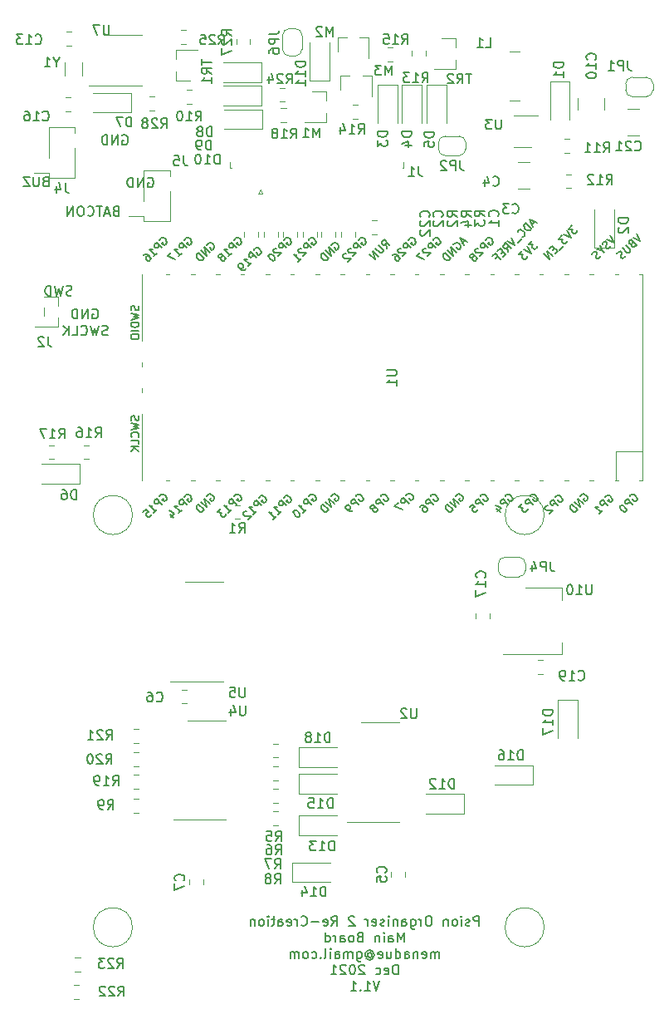
<source format=gbr>
G04 #@! TF.GenerationSoftware,KiCad,Pcbnew,5.1.5+dfsg1-2build2*
G04 #@! TF.CreationDate,2022-08-24T07:57:04+01:00*
G04 #@! TF.ProjectId,psion-org2-main,7073696f-6e2d-46f7-9267-322d6d61696e,rev?*
G04 #@! TF.SameCoordinates,Original*
G04 #@! TF.FileFunction,Legend,Bot*
G04 #@! TF.FilePolarity,Positive*
%FSLAX46Y46*%
G04 Gerber Fmt 4.6, Leading zero omitted, Abs format (unit mm)*
G04 Created by KiCad (PCBNEW 5.1.5+dfsg1-2build2) date 2022-08-24 07:57:04*
%MOMM*%
%LPD*%
G04 APERTURE LIST*
%ADD10C,0.120000*%
%ADD11C,0.150000*%
G04 APERTURE END LIST*
D10*
X196500000Y-109700000D02*
G75*
G03X196500000Y-109700000I-2000000J0D01*
G01*
X154500000Y-109700000D02*
G75*
G03X154500000Y-109700000I-2000000J0D01*
G01*
X196500000Y-151700000D02*
G75*
G03X196500000Y-151700000I-2000000J0D01*
G01*
X154500000Y-151700000D02*
G75*
G03X154500000Y-151700000I-2000000J0D01*
G01*
D11*
X189856666Y-151562380D02*
X189856666Y-150562380D01*
X189475714Y-150562380D01*
X189380476Y-150610000D01*
X189332857Y-150657619D01*
X189285238Y-150752857D01*
X189285238Y-150895714D01*
X189332857Y-150990952D01*
X189380476Y-151038571D01*
X189475714Y-151086190D01*
X189856666Y-151086190D01*
X188904285Y-151514761D02*
X188809047Y-151562380D01*
X188618571Y-151562380D01*
X188523333Y-151514761D01*
X188475714Y-151419523D01*
X188475714Y-151371904D01*
X188523333Y-151276666D01*
X188618571Y-151229047D01*
X188761428Y-151229047D01*
X188856666Y-151181428D01*
X188904285Y-151086190D01*
X188904285Y-151038571D01*
X188856666Y-150943333D01*
X188761428Y-150895714D01*
X188618571Y-150895714D01*
X188523333Y-150943333D01*
X188047142Y-151562380D02*
X188047142Y-150895714D01*
X188047142Y-150562380D02*
X188094761Y-150610000D01*
X188047142Y-150657619D01*
X187999523Y-150610000D01*
X188047142Y-150562380D01*
X188047142Y-150657619D01*
X187428095Y-151562380D02*
X187523333Y-151514761D01*
X187570952Y-151467142D01*
X187618571Y-151371904D01*
X187618571Y-151086190D01*
X187570952Y-150990952D01*
X187523333Y-150943333D01*
X187428095Y-150895714D01*
X187285238Y-150895714D01*
X187190000Y-150943333D01*
X187142380Y-150990952D01*
X187094761Y-151086190D01*
X187094761Y-151371904D01*
X187142380Y-151467142D01*
X187190000Y-151514761D01*
X187285238Y-151562380D01*
X187428095Y-151562380D01*
X186666190Y-150895714D02*
X186666190Y-151562380D01*
X186666190Y-150990952D02*
X186618571Y-150943333D01*
X186523333Y-150895714D01*
X186380476Y-150895714D01*
X186285238Y-150943333D01*
X186237619Y-151038571D01*
X186237619Y-151562380D01*
X184809047Y-150562380D02*
X184618571Y-150562380D01*
X184523333Y-150610000D01*
X184428095Y-150705238D01*
X184380476Y-150895714D01*
X184380476Y-151229047D01*
X184428095Y-151419523D01*
X184523333Y-151514761D01*
X184618571Y-151562380D01*
X184809047Y-151562380D01*
X184904285Y-151514761D01*
X184999523Y-151419523D01*
X185047142Y-151229047D01*
X185047142Y-150895714D01*
X184999523Y-150705238D01*
X184904285Y-150610000D01*
X184809047Y-150562380D01*
X183951904Y-151562380D02*
X183951904Y-150895714D01*
X183951904Y-151086190D02*
X183904285Y-150990952D01*
X183856666Y-150943333D01*
X183761428Y-150895714D01*
X183666190Y-150895714D01*
X182904285Y-150895714D02*
X182904285Y-151705238D01*
X182951904Y-151800476D01*
X182999523Y-151848095D01*
X183094761Y-151895714D01*
X183237619Y-151895714D01*
X183332857Y-151848095D01*
X182904285Y-151514761D02*
X182999523Y-151562380D01*
X183190000Y-151562380D01*
X183285238Y-151514761D01*
X183332857Y-151467142D01*
X183380476Y-151371904D01*
X183380476Y-151086190D01*
X183332857Y-150990952D01*
X183285238Y-150943333D01*
X183190000Y-150895714D01*
X182999523Y-150895714D01*
X182904285Y-150943333D01*
X181999523Y-151562380D02*
X181999523Y-151038571D01*
X182047142Y-150943333D01*
X182142380Y-150895714D01*
X182332857Y-150895714D01*
X182428095Y-150943333D01*
X181999523Y-151514761D02*
X182094761Y-151562380D01*
X182332857Y-151562380D01*
X182428095Y-151514761D01*
X182475714Y-151419523D01*
X182475714Y-151324285D01*
X182428095Y-151229047D01*
X182332857Y-151181428D01*
X182094761Y-151181428D01*
X181999523Y-151133809D01*
X181523333Y-150895714D02*
X181523333Y-151562380D01*
X181523333Y-150990952D02*
X181475714Y-150943333D01*
X181380476Y-150895714D01*
X181237619Y-150895714D01*
X181142380Y-150943333D01*
X181094761Y-151038571D01*
X181094761Y-151562380D01*
X180618571Y-151562380D02*
X180618571Y-150895714D01*
X180618571Y-150562380D02*
X180666190Y-150610000D01*
X180618571Y-150657619D01*
X180570952Y-150610000D01*
X180618571Y-150562380D01*
X180618571Y-150657619D01*
X180190000Y-151514761D02*
X180094761Y-151562380D01*
X179904285Y-151562380D01*
X179809047Y-151514761D01*
X179761428Y-151419523D01*
X179761428Y-151371904D01*
X179809047Y-151276666D01*
X179904285Y-151229047D01*
X180047142Y-151229047D01*
X180142380Y-151181428D01*
X180190000Y-151086190D01*
X180190000Y-151038571D01*
X180142380Y-150943333D01*
X180047142Y-150895714D01*
X179904285Y-150895714D01*
X179809047Y-150943333D01*
X178951904Y-151514761D02*
X179047142Y-151562380D01*
X179237619Y-151562380D01*
X179332857Y-151514761D01*
X179380476Y-151419523D01*
X179380476Y-151038571D01*
X179332857Y-150943333D01*
X179237619Y-150895714D01*
X179047142Y-150895714D01*
X178951904Y-150943333D01*
X178904285Y-151038571D01*
X178904285Y-151133809D01*
X179380476Y-151229047D01*
X178475714Y-151562380D02*
X178475714Y-150895714D01*
X178475714Y-151086190D02*
X178428095Y-150990952D01*
X178380476Y-150943333D01*
X178285238Y-150895714D01*
X178190000Y-150895714D01*
X177142380Y-150657619D02*
X177094761Y-150610000D01*
X176999523Y-150562380D01*
X176761428Y-150562380D01*
X176666190Y-150610000D01*
X176618571Y-150657619D01*
X176570952Y-150752857D01*
X176570952Y-150848095D01*
X176618571Y-150990952D01*
X177190000Y-151562380D01*
X176570952Y-151562380D01*
X174809047Y-151562380D02*
X175142380Y-151086190D01*
X175380476Y-151562380D02*
X175380476Y-150562380D01*
X174999523Y-150562380D01*
X174904285Y-150610000D01*
X174856666Y-150657619D01*
X174809047Y-150752857D01*
X174809047Y-150895714D01*
X174856666Y-150990952D01*
X174904285Y-151038571D01*
X174999523Y-151086190D01*
X175380476Y-151086190D01*
X173999523Y-151514761D02*
X174094761Y-151562380D01*
X174285238Y-151562380D01*
X174380476Y-151514761D01*
X174428095Y-151419523D01*
X174428095Y-151038571D01*
X174380476Y-150943333D01*
X174285238Y-150895714D01*
X174094761Y-150895714D01*
X173999523Y-150943333D01*
X173951904Y-151038571D01*
X173951904Y-151133809D01*
X174428095Y-151229047D01*
X173523333Y-151181428D02*
X172761428Y-151181428D01*
X171713809Y-151467142D02*
X171761428Y-151514761D01*
X171904285Y-151562380D01*
X171999523Y-151562380D01*
X172142380Y-151514761D01*
X172237619Y-151419523D01*
X172285238Y-151324285D01*
X172332857Y-151133809D01*
X172332857Y-150990952D01*
X172285238Y-150800476D01*
X172237619Y-150705238D01*
X172142380Y-150610000D01*
X171999523Y-150562380D01*
X171904285Y-150562380D01*
X171761428Y-150610000D01*
X171713809Y-150657619D01*
X171285238Y-151562380D02*
X171285238Y-150895714D01*
X171285238Y-151086190D02*
X171237619Y-150990952D01*
X171190000Y-150943333D01*
X171094761Y-150895714D01*
X170999523Y-150895714D01*
X170285238Y-151514761D02*
X170380476Y-151562380D01*
X170570952Y-151562380D01*
X170666190Y-151514761D01*
X170713809Y-151419523D01*
X170713809Y-151038571D01*
X170666190Y-150943333D01*
X170570952Y-150895714D01*
X170380476Y-150895714D01*
X170285238Y-150943333D01*
X170237619Y-151038571D01*
X170237619Y-151133809D01*
X170713809Y-151229047D01*
X169380476Y-151562380D02*
X169380476Y-151038571D01*
X169428095Y-150943333D01*
X169523333Y-150895714D01*
X169713809Y-150895714D01*
X169809047Y-150943333D01*
X169380476Y-151514761D02*
X169475714Y-151562380D01*
X169713809Y-151562380D01*
X169809047Y-151514761D01*
X169856666Y-151419523D01*
X169856666Y-151324285D01*
X169809047Y-151229047D01*
X169713809Y-151181428D01*
X169475714Y-151181428D01*
X169380476Y-151133809D01*
X169047142Y-150895714D02*
X168666190Y-150895714D01*
X168904285Y-150562380D02*
X168904285Y-151419523D01*
X168856666Y-151514761D01*
X168761428Y-151562380D01*
X168666190Y-151562380D01*
X168332857Y-151562380D02*
X168332857Y-150895714D01*
X168332857Y-150562380D02*
X168380476Y-150610000D01*
X168332857Y-150657619D01*
X168285238Y-150610000D01*
X168332857Y-150562380D01*
X168332857Y-150657619D01*
X167713809Y-151562380D02*
X167809047Y-151514761D01*
X167856666Y-151467142D01*
X167904285Y-151371904D01*
X167904285Y-151086190D01*
X167856666Y-150990952D01*
X167809047Y-150943333D01*
X167713809Y-150895714D01*
X167570952Y-150895714D01*
X167475714Y-150943333D01*
X167428095Y-150990952D01*
X167380476Y-151086190D01*
X167380476Y-151371904D01*
X167428095Y-151467142D01*
X167475714Y-151514761D01*
X167570952Y-151562380D01*
X167713809Y-151562380D01*
X166951904Y-150895714D02*
X166951904Y-151562380D01*
X166951904Y-150990952D02*
X166904285Y-150943333D01*
X166809047Y-150895714D01*
X166666190Y-150895714D01*
X166570952Y-150943333D01*
X166523333Y-151038571D01*
X166523333Y-151562380D01*
X182213809Y-153212380D02*
X182213809Y-152212380D01*
X181880476Y-152926666D01*
X181547142Y-152212380D01*
X181547142Y-153212380D01*
X180642380Y-153212380D02*
X180642380Y-152688571D01*
X180690000Y-152593333D01*
X180785238Y-152545714D01*
X180975714Y-152545714D01*
X181070952Y-152593333D01*
X180642380Y-153164761D02*
X180737619Y-153212380D01*
X180975714Y-153212380D01*
X181070952Y-153164761D01*
X181118571Y-153069523D01*
X181118571Y-152974285D01*
X181070952Y-152879047D01*
X180975714Y-152831428D01*
X180737619Y-152831428D01*
X180642380Y-152783809D01*
X180166190Y-153212380D02*
X180166190Y-152545714D01*
X180166190Y-152212380D02*
X180213809Y-152260000D01*
X180166190Y-152307619D01*
X180118571Y-152260000D01*
X180166190Y-152212380D01*
X180166190Y-152307619D01*
X179690000Y-152545714D02*
X179690000Y-153212380D01*
X179690000Y-152640952D02*
X179642380Y-152593333D01*
X179547142Y-152545714D01*
X179404285Y-152545714D01*
X179309047Y-152593333D01*
X179261428Y-152688571D01*
X179261428Y-153212380D01*
X177690000Y-152688571D02*
X177547142Y-152736190D01*
X177499523Y-152783809D01*
X177451904Y-152879047D01*
X177451904Y-153021904D01*
X177499523Y-153117142D01*
X177547142Y-153164761D01*
X177642380Y-153212380D01*
X178023333Y-153212380D01*
X178023333Y-152212380D01*
X177690000Y-152212380D01*
X177594761Y-152260000D01*
X177547142Y-152307619D01*
X177499523Y-152402857D01*
X177499523Y-152498095D01*
X177547142Y-152593333D01*
X177594761Y-152640952D01*
X177690000Y-152688571D01*
X178023333Y-152688571D01*
X176880476Y-153212380D02*
X176975714Y-153164761D01*
X177023333Y-153117142D01*
X177070952Y-153021904D01*
X177070952Y-152736190D01*
X177023333Y-152640952D01*
X176975714Y-152593333D01*
X176880476Y-152545714D01*
X176737619Y-152545714D01*
X176642380Y-152593333D01*
X176594761Y-152640952D01*
X176547142Y-152736190D01*
X176547142Y-153021904D01*
X176594761Y-153117142D01*
X176642380Y-153164761D01*
X176737619Y-153212380D01*
X176880476Y-153212380D01*
X175690000Y-153212380D02*
X175690000Y-152688571D01*
X175737619Y-152593333D01*
X175832857Y-152545714D01*
X176023333Y-152545714D01*
X176118571Y-152593333D01*
X175690000Y-153164761D02*
X175785238Y-153212380D01*
X176023333Y-153212380D01*
X176118571Y-153164761D01*
X176166190Y-153069523D01*
X176166190Y-152974285D01*
X176118571Y-152879047D01*
X176023333Y-152831428D01*
X175785238Y-152831428D01*
X175690000Y-152783809D01*
X175213809Y-153212380D02*
X175213809Y-152545714D01*
X175213809Y-152736190D02*
X175166190Y-152640952D01*
X175118571Y-152593333D01*
X175023333Y-152545714D01*
X174928095Y-152545714D01*
X174166190Y-153212380D02*
X174166190Y-152212380D01*
X174166190Y-153164761D02*
X174261428Y-153212380D01*
X174451904Y-153212380D01*
X174547142Y-153164761D01*
X174594761Y-153117142D01*
X174642380Y-153021904D01*
X174642380Y-152736190D01*
X174594761Y-152640952D01*
X174547142Y-152593333D01*
X174451904Y-152545714D01*
X174261428Y-152545714D01*
X174166190Y-152593333D01*
X185785238Y-154862380D02*
X185785238Y-154195714D01*
X185785238Y-154290952D02*
X185737619Y-154243333D01*
X185642380Y-154195714D01*
X185499523Y-154195714D01*
X185404285Y-154243333D01*
X185356666Y-154338571D01*
X185356666Y-154862380D01*
X185356666Y-154338571D02*
X185309047Y-154243333D01*
X185213809Y-154195714D01*
X185070952Y-154195714D01*
X184975714Y-154243333D01*
X184928095Y-154338571D01*
X184928095Y-154862380D01*
X184070952Y-154814761D02*
X184166190Y-154862380D01*
X184356666Y-154862380D01*
X184451904Y-154814761D01*
X184499523Y-154719523D01*
X184499523Y-154338571D01*
X184451904Y-154243333D01*
X184356666Y-154195714D01*
X184166190Y-154195714D01*
X184070952Y-154243333D01*
X184023333Y-154338571D01*
X184023333Y-154433809D01*
X184499523Y-154529047D01*
X183594761Y-154195714D02*
X183594761Y-154862380D01*
X183594761Y-154290952D02*
X183547142Y-154243333D01*
X183451904Y-154195714D01*
X183309047Y-154195714D01*
X183213809Y-154243333D01*
X183166190Y-154338571D01*
X183166190Y-154862380D01*
X182261428Y-154862380D02*
X182261428Y-154338571D01*
X182309047Y-154243333D01*
X182404285Y-154195714D01*
X182594761Y-154195714D01*
X182690000Y-154243333D01*
X182261428Y-154814761D02*
X182356666Y-154862380D01*
X182594761Y-154862380D01*
X182690000Y-154814761D01*
X182737619Y-154719523D01*
X182737619Y-154624285D01*
X182690000Y-154529047D01*
X182594761Y-154481428D01*
X182356666Y-154481428D01*
X182261428Y-154433809D01*
X181356666Y-154862380D02*
X181356666Y-153862380D01*
X181356666Y-154814761D02*
X181451904Y-154862380D01*
X181642380Y-154862380D01*
X181737619Y-154814761D01*
X181785238Y-154767142D01*
X181832857Y-154671904D01*
X181832857Y-154386190D01*
X181785238Y-154290952D01*
X181737619Y-154243333D01*
X181642380Y-154195714D01*
X181451904Y-154195714D01*
X181356666Y-154243333D01*
X180451904Y-154195714D02*
X180451904Y-154862380D01*
X180880476Y-154195714D02*
X180880476Y-154719523D01*
X180832857Y-154814761D01*
X180737619Y-154862380D01*
X180594761Y-154862380D01*
X180499523Y-154814761D01*
X180451904Y-154767142D01*
X179594761Y-154814761D02*
X179690000Y-154862380D01*
X179880476Y-154862380D01*
X179975714Y-154814761D01*
X180023333Y-154719523D01*
X180023333Y-154338571D01*
X179975714Y-154243333D01*
X179880476Y-154195714D01*
X179690000Y-154195714D01*
X179594761Y-154243333D01*
X179547142Y-154338571D01*
X179547142Y-154433809D01*
X180023333Y-154529047D01*
X178499523Y-154386190D02*
X178547142Y-154338571D01*
X178642380Y-154290952D01*
X178737619Y-154290952D01*
X178832857Y-154338571D01*
X178880476Y-154386190D01*
X178928095Y-154481428D01*
X178928095Y-154576666D01*
X178880476Y-154671904D01*
X178832857Y-154719523D01*
X178737619Y-154767142D01*
X178642380Y-154767142D01*
X178547142Y-154719523D01*
X178499523Y-154671904D01*
X178499523Y-154290952D02*
X178499523Y-154671904D01*
X178451904Y-154719523D01*
X178404285Y-154719523D01*
X178309047Y-154671904D01*
X178261428Y-154576666D01*
X178261428Y-154338571D01*
X178356666Y-154195714D01*
X178499523Y-154100476D01*
X178690000Y-154052857D01*
X178880476Y-154100476D01*
X179023333Y-154195714D01*
X179118571Y-154338571D01*
X179166190Y-154529047D01*
X179118571Y-154719523D01*
X179023333Y-154862380D01*
X178880476Y-154957619D01*
X178690000Y-155005238D01*
X178499523Y-154957619D01*
X178356666Y-154862380D01*
X177404285Y-154195714D02*
X177404285Y-155005238D01*
X177451904Y-155100476D01*
X177499523Y-155148095D01*
X177594761Y-155195714D01*
X177737619Y-155195714D01*
X177832857Y-155148095D01*
X177404285Y-154814761D02*
X177499523Y-154862380D01*
X177690000Y-154862380D01*
X177785238Y-154814761D01*
X177832857Y-154767142D01*
X177880476Y-154671904D01*
X177880476Y-154386190D01*
X177832857Y-154290952D01*
X177785238Y-154243333D01*
X177690000Y-154195714D01*
X177499523Y-154195714D01*
X177404285Y-154243333D01*
X176928095Y-154862380D02*
X176928095Y-154195714D01*
X176928095Y-154290952D02*
X176880476Y-154243333D01*
X176785238Y-154195714D01*
X176642380Y-154195714D01*
X176547142Y-154243333D01*
X176499523Y-154338571D01*
X176499523Y-154862380D01*
X176499523Y-154338571D02*
X176451904Y-154243333D01*
X176356666Y-154195714D01*
X176213809Y-154195714D01*
X176118571Y-154243333D01*
X176070952Y-154338571D01*
X176070952Y-154862380D01*
X175166190Y-154862380D02*
X175166190Y-154338571D01*
X175213809Y-154243333D01*
X175309047Y-154195714D01*
X175499523Y-154195714D01*
X175594761Y-154243333D01*
X175166190Y-154814761D02*
X175261428Y-154862380D01*
X175499523Y-154862380D01*
X175594761Y-154814761D01*
X175642380Y-154719523D01*
X175642380Y-154624285D01*
X175594761Y-154529047D01*
X175499523Y-154481428D01*
X175261428Y-154481428D01*
X175166190Y-154433809D01*
X174690000Y-154862380D02*
X174690000Y-154195714D01*
X174690000Y-153862380D02*
X174737619Y-153910000D01*
X174690000Y-153957619D01*
X174642380Y-153910000D01*
X174690000Y-153862380D01*
X174690000Y-153957619D01*
X174070952Y-154862380D02*
X174166190Y-154814761D01*
X174213809Y-154719523D01*
X174213809Y-153862380D01*
X173690000Y-154767142D02*
X173642380Y-154814761D01*
X173690000Y-154862380D01*
X173737619Y-154814761D01*
X173690000Y-154767142D01*
X173690000Y-154862380D01*
X172785238Y-154814761D02*
X172880476Y-154862380D01*
X173070952Y-154862380D01*
X173166190Y-154814761D01*
X173213809Y-154767142D01*
X173261428Y-154671904D01*
X173261428Y-154386190D01*
X173213809Y-154290952D01*
X173166190Y-154243333D01*
X173070952Y-154195714D01*
X172880476Y-154195714D01*
X172785238Y-154243333D01*
X172213809Y-154862380D02*
X172309047Y-154814761D01*
X172356666Y-154767142D01*
X172404285Y-154671904D01*
X172404285Y-154386190D01*
X172356666Y-154290952D01*
X172309047Y-154243333D01*
X172213809Y-154195714D01*
X172070952Y-154195714D01*
X171975714Y-154243333D01*
X171928095Y-154290952D01*
X171880476Y-154386190D01*
X171880476Y-154671904D01*
X171928095Y-154767142D01*
X171975714Y-154814761D01*
X172070952Y-154862380D01*
X172213809Y-154862380D01*
X171451904Y-154862380D02*
X171451904Y-154195714D01*
X171451904Y-154290952D02*
X171404285Y-154243333D01*
X171309047Y-154195714D01*
X171166190Y-154195714D01*
X171070952Y-154243333D01*
X171023333Y-154338571D01*
X171023333Y-154862380D01*
X171023333Y-154338571D02*
X170975714Y-154243333D01*
X170880476Y-154195714D01*
X170737619Y-154195714D01*
X170642380Y-154243333D01*
X170594761Y-154338571D01*
X170594761Y-154862380D01*
X181594761Y-156512380D02*
X181594761Y-155512380D01*
X181356666Y-155512380D01*
X181213809Y-155560000D01*
X181118571Y-155655238D01*
X181070952Y-155750476D01*
X181023333Y-155940952D01*
X181023333Y-156083809D01*
X181070952Y-156274285D01*
X181118571Y-156369523D01*
X181213809Y-156464761D01*
X181356666Y-156512380D01*
X181594761Y-156512380D01*
X180213809Y-156464761D02*
X180309047Y-156512380D01*
X180499523Y-156512380D01*
X180594761Y-156464761D01*
X180642380Y-156369523D01*
X180642380Y-155988571D01*
X180594761Y-155893333D01*
X180499523Y-155845714D01*
X180309047Y-155845714D01*
X180213809Y-155893333D01*
X180166190Y-155988571D01*
X180166190Y-156083809D01*
X180642380Y-156179047D01*
X179309047Y-156464761D02*
X179404285Y-156512380D01*
X179594761Y-156512380D01*
X179690000Y-156464761D01*
X179737619Y-156417142D01*
X179785238Y-156321904D01*
X179785238Y-156036190D01*
X179737619Y-155940952D01*
X179690000Y-155893333D01*
X179594761Y-155845714D01*
X179404285Y-155845714D01*
X179309047Y-155893333D01*
X178166190Y-155607619D02*
X178118571Y-155560000D01*
X178023333Y-155512380D01*
X177785238Y-155512380D01*
X177690000Y-155560000D01*
X177642380Y-155607619D01*
X177594761Y-155702857D01*
X177594761Y-155798095D01*
X177642380Y-155940952D01*
X178213809Y-156512380D01*
X177594761Y-156512380D01*
X176975714Y-155512380D02*
X176880476Y-155512380D01*
X176785238Y-155560000D01*
X176737619Y-155607619D01*
X176690000Y-155702857D01*
X176642380Y-155893333D01*
X176642380Y-156131428D01*
X176690000Y-156321904D01*
X176737619Y-156417142D01*
X176785238Y-156464761D01*
X176880476Y-156512380D01*
X176975714Y-156512380D01*
X177070952Y-156464761D01*
X177118571Y-156417142D01*
X177166190Y-156321904D01*
X177213809Y-156131428D01*
X177213809Y-155893333D01*
X177166190Y-155702857D01*
X177118571Y-155607619D01*
X177070952Y-155560000D01*
X176975714Y-155512380D01*
X176261428Y-155607619D02*
X176213809Y-155560000D01*
X176118571Y-155512380D01*
X175880476Y-155512380D01*
X175785238Y-155560000D01*
X175737619Y-155607619D01*
X175690000Y-155702857D01*
X175690000Y-155798095D01*
X175737619Y-155940952D01*
X176309047Y-156512380D01*
X175690000Y-156512380D01*
X174737619Y-156512380D02*
X175309047Y-156512380D01*
X175023333Y-156512380D02*
X175023333Y-155512380D01*
X175118571Y-155655238D01*
X175213809Y-155750476D01*
X175309047Y-155798095D01*
X179713809Y-157162380D02*
X179380476Y-158162380D01*
X179047142Y-157162380D01*
X178190000Y-158162380D02*
X178761428Y-158162380D01*
X178475714Y-158162380D02*
X178475714Y-157162380D01*
X178570952Y-157305238D01*
X178666190Y-157400476D01*
X178761428Y-157448095D01*
X177761428Y-158067142D02*
X177713809Y-158114761D01*
X177761428Y-158162380D01*
X177809047Y-158114761D01*
X177761428Y-158067142D01*
X177761428Y-158162380D01*
X176761428Y-158162380D02*
X177332857Y-158162380D01*
X177047142Y-158162380D02*
X177047142Y-157162380D01*
X177142380Y-157305238D01*
X177237619Y-157400476D01*
X177332857Y-157448095D01*
X151961904Y-91354761D02*
X151819047Y-91402380D01*
X151580952Y-91402380D01*
X151485714Y-91354761D01*
X151438095Y-91307142D01*
X151390476Y-91211904D01*
X151390476Y-91116666D01*
X151438095Y-91021428D01*
X151485714Y-90973809D01*
X151580952Y-90926190D01*
X151771428Y-90878571D01*
X151866666Y-90830952D01*
X151914285Y-90783333D01*
X151961904Y-90688095D01*
X151961904Y-90592857D01*
X151914285Y-90497619D01*
X151866666Y-90450000D01*
X151771428Y-90402380D01*
X151533333Y-90402380D01*
X151390476Y-90450000D01*
X151057142Y-90402380D02*
X150819047Y-91402380D01*
X150628571Y-90688095D01*
X150438095Y-91402380D01*
X150200000Y-90402380D01*
X149247619Y-91307142D02*
X149295238Y-91354761D01*
X149438095Y-91402380D01*
X149533333Y-91402380D01*
X149676190Y-91354761D01*
X149771428Y-91259523D01*
X149819047Y-91164285D01*
X149866666Y-90973809D01*
X149866666Y-90830952D01*
X149819047Y-90640476D01*
X149771428Y-90545238D01*
X149676190Y-90450000D01*
X149533333Y-90402380D01*
X149438095Y-90402380D01*
X149295238Y-90450000D01*
X149247619Y-90497619D01*
X148342857Y-91402380D02*
X148819047Y-91402380D01*
X148819047Y-90402380D01*
X148009523Y-91402380D02*
X148009523Y-90402380D01*
X147438095Y-91402380D02*
X147866666Y-90830952D01*
X147438095Y-90402380D02*
X148009523Y-90973809D01*
X148307142Y-87304761D02*
X148164285Y-87352380D01*
X147926190Y-87352380D01*
X147830952Y-87304761D01*
X147783333Y-87257142D01*
X147735714Y-87161904D01*
X147735714Y-87066666D01*
X147783333Y-86971428D01*
X147830952Y-86923809D01*
X147926190Y-86876190D01*
X148116666Y-86828571D01*
X148211904Y-86780952D01*
X148259523Y-86733333D01*
X148307142Y-86638095D01*
X148307142Y-86542857D01*
X148259523Y-86447619D01*
X148211904Y-86400000D01*
X148116666Y-86352380D01*
X147878571Y-86352380D01*
X147735714Y-86400000D01*
X147402380Y-86352380D02*
X147164285Y-87352380D01*
X146973809Y-86638095D01*
X146783333Y-87352380D01*
X146545238Y-86352380D01*
X146164285Y-87352380D02*
X146164285Y-86352380D01*
X145926190Y-86352380D01*
X145783333Y-86400000D01*
X145688095Y-86495238D01*
X145640476Y-86590476D01*
X145592857Y-86780952D01*
X145592857Y-86923809D01*
X145640476Y-87114285D01*
X145688095Y-87209523D01*
X145783333Y-87304761D01*
X145926190Y-87352380D01*
X146164285Y-87352380D01*
X150411904Y-88750000D02*
X150507142Y-88702380D01*
X150650000Y-88702380D01*
X150792857Y-88750000D01*
X150888095Y-88845238D01*
X150935714Y-88940476D01*
X150983333Y-89130952D01*
X150983333Y-89273809D01*
X150935714Y-89464285D01*
X150888095Y-89559523D01*
X150792857Y-89654761D01*
X150650000Y-89702380D01*
X150554761Y-89702380D01*
X150411904Y-89654761D01*
X150364285Y-89607142D01*
X150364285Y-89273809D01*
X150554761Y-89273809D01*
X149935714Y-89702380D02*
X149935714Y-88702380D01*
X149364285Y-89702380D01*
X149364285Y-88702380D01*
X148888095Y-89702380D02*
X148888095Y-88702380D01*
X148650000Y-88702380D01*
X148507142Y-88750000D01*
X148411904Y-88845238D01*
X148364285Y-88940476D01*
X148316666Y-89130952D01*
X148316666Y-89273809D01*
X148364285Y-89464285D01*
X148411904Y-89559523D01*
X148507142Y-89654761D01*
X148650000Y-89702380D01*
X148888095Y-89702380D01*
X156071904Y-75380000D02*
X156167142Y-75332380D01*
X156310000Y-75332380D01*
X156452857Y-75380000D01*
X156548095Y-75475238D01*
X156595714Y-75570476D01*
X156643333Y-75760952D01*
X156643333Y-75903809D01*
X156595714Y-76094285D01*
X156548095Y-76189523D01*
X156452857Y-76284761D01*
X156310000Y-76332380D01*
X156214761Y-76332380D01*
X156071904Y-76284761D01*
X156024285Y-76237142D01*
X156024285Y-75903809D01*
X156214761Y-75903809D01*
X155595714Y-76332380D02*
X155595714Y-75332380D01*
X155024285Y-76332380D01*
X155024285Y-75332380D01*
X154548095Y-76332380D02*
X154548095Y-75332380D01*
X154310000Y-75332380D01*
X154167142Y-75380000D01*
X154071904Y-75475238D01*
X154024285Y-75570476D01*
X153976666Y-75760952D01*
X153976666Y-75903809D01*
X154024285Y-76094285D01*
X154071904Y-76189523D01*
X154167142Y-76284761D01*
X154310000Y-76332380D01*
X154548095Y-76332380D01*
X152785714Y-78738571D02*
X152642857Y-78786190D01*
X152595238Y-78833809D01*
X152547619Y-78929047D01*
X152547619Y-79071904D01*
X152595238Y-79167142D01*
X152642857Y-79214761D01*
X152738095Y-79262380D01*
X153119047Y-79262380D01*
X153119047Y-78262380D01*
X152785714Y-78262380D01*
X152690476Y-78310000D01*
X152642857Y-78357619D01*
X152595238Y-78452857D01*
X152595238Y-78548095D01*
X152642857Y-78643333D01*
X152690476Y-78690952D01*
X152785714Y-78738571D01*
X153119047Y-78738571D01*
X152166666Y-78976666D02*
X151690476Y-78976666D01*
X152261904Y-79262380D02*
X151928571Y-78262380D01*
X151595238Y-79262380D01*
X151404761Y-78262380D02*
X150833333Y-78262380D01*
X151119047Y-79262380D02*
X151119047Y-78262380D01*
X149928571Y-79167142D02*
X149976190Y-79214761D01*
X150119047Y-79262380D01*
X150214285Y-79262380D01*
X150357142Y-79214761D01*
X150452380Y-79119523D01*
X150500000Y-79024285D01*
X150547619Y-78833809D01*
X150547619Y-78690952D01*
X150500000Y-78500476D01*
X150452380Y-78405238D01*
X150357142Y-78310000D01*
X150214285Y-78262380D01*
X150119047Y-78262380D01*
X149976190Y-78310000D01*
X149928571Y-78357619D01*
X149309523Y-78262380D02*
X149119047Y-78262380D01*
X149023809Y-78310000D01*
X148928571Y-78405238D01*
X148880952Y-78595714D01*
X148880952Y-78929047D01*
X148928571Y-79119523D01*
X149023809Y-79214761D01*
X149119047Y-79262380D01*
X149309523Y-79262380D01*
X149404761Y-79214761D01*
X149500000Y-79119523D01*
X149547619Y-78929047D01*
X149547619Y-78595714D01*
X149500000Y-78405238D01*
X149404761Y-78310000D01*
X149309523Y-78262380D01*
X148452380Y-79262380D02*
X148452380Y-78262380D01*
X147880952Y-79262380D01*
X147880952Y-78262380D01*
X153461904Y-71050000D02*
X153557142Y-71002380D01*
X153700000Y-71002380D01*
X153842857Y-71050000D01*
X153938095Y-71145238D01*
X153985714Y-71240476D01*
X154033333Y-71430952D01*
X154033333Y-71573809D01*
X153985714Y-71764285D01*
X153938095Y-71859523D01*
X153842857Y-71954761D01*
X153700000Y-72002380D01*
X153604761Y-72002380D01*
X153461904Y-71954761D01*
X153414285Y-71907142D01*
X153414285Y-71573809D01*
X153604761Y-71573809D01*
X152985714Y-72002380D02*
X152985714Y-71002380D01*
X152414285Y-72002380D01*
X152414285Y-71002380D01*
X151938095Y-72002380D02*
X151938095Y-71002380D01*
X151700000Y-71002380D01*
X151557142Y-71050000D01*
X151461904Y-71145238D01*
X151414285Y-71240476D01*
X151366666Y-71430952D01*
X151366666Y-71573809D01*
X151414285Y-71764285D01*
X151461904Y-71859523D01*
X151557142Y-71954761D01*
X151700000Y-72002380D01*
X151938095Y-72002380D01*
X145618571Y-75718571D02*
X145475714Y-75766190D01*
X145428095Y-75813809D01*
X145380476Y-75909047D01*
X145380476Y-76051904D01*
X145428095Y-76147142D01*
X145475714Y-76194761D01*
X145570952Y-76242380D01*
X145951904Y-76242380D01*
X145951904Y-75242380D01*
X145618571Y-75242380D01*
X145523333Y-75290000D01*
X145475714Y-75337619D01*
X145428095Y-75432857D01*
X145428095Y-75528095D01*
X145475714Y-75623333D01*
X145523333Y-75670952D01*
X145618571Y-75718571D01*
X145951904Y-75718571D01*
X144951904Y-75242380D02*
X144951904Y-76051904D01*
X144904285Y-76147142D01*
X144856666Y-76194761D01*
X144761428Y-76242380D01*
X144570952Y-76242380D01*
X144475714Y-76194761D01*
X144428095Y-76147142D01*
X144380476Y-76051904D01*
X144380476Y-75242380D01*
X143999523Y-75242380D02*
X143332857Y-75242380D01*
X143999523Y-76242380D01*
X143332857Y-76242380D01*
D10*
X161800000Y-126660000D02*
X158350000Y-126660000D01*
X161800000Y-126660000D02*
X163750000Y-126660000D01*
X161800000Y-116540000D02*
X159850000Y-116540000D01*
X161800000Y-116540000D02*
X163750000Y-116540000D01*
X167750000Y-68400000D02*
X163850000Y-68400000D01*
X167750000Y-70400000D02*
X163850000Y-70400000D01*
X167750000Y-68400000D02*
X167750000Y-70400000D01*
X169641422Y-68290000D02*
X170158578Y-68290000D01*
X169641422Y-69710000D02*
X170158578Y-69710000D01*
X158940000Y-65480000D02*
X160400000Y-65480000D01*
X158940000Y-62320000D02*
X161100000Y-62320000D01*
X158940000Y-62320000D02*
X158940000Y-63250000D01*
X158940000Y-65480000D02*
X158940000Y-64550000D01*
X159441422Y-60290000D02*
X159958578Y-60290000D01*
X159441422Y-61710000D02*
X159958578Y-61710000D01*
X180541422Y-62090000D02*
X181058578Y-62090000D01*
X180541422Y-63510000D02*
X181058578Y-63510000D01*
X160041422Y-66390000D02*
X160558578Y-66390000D01*
X160041422Y-67810000D02*
X160558578Y-67810000D01*
X171450000Y-135400000D02*
X175350000Y-135400000D01*
X171450000Y-133400000D02*
X175350000Y-133400000D01*
X171450000Y-135400000D02*
X171450000Y-133400000D01*
X197900000Y-128550000D02*
X197900000Y-132450000D01*
X199900000Y-128550000D02*
X199900000Y-132450000D01*
X197900000Y-128550000D02*
X199900000Y-128550000D01*
X195350000Y-135200000D02*
X191450000Y-135200000D01*
X195350000Y-137200000D02*
X191450000Y-137200000D01*
X195350000Y-135200000D02*
X195350000Y-137200000D01*
X171450000Y-138100000D02*
X175350000Y-138100000D01*
X171450000Y-136100000D02*
X175350000Y-136100000D01*
X171450000Y-138100000D02*
X171450000Y-136100000D01*
X170750000Y-147100000D02*
X174650000Y-147100000D01*
X170750000Y-145100000D02*
X174650000Y-145100000D01*
X170750000Y-147100000D02*
X170750000Y-145100000D01*
X171450000Y-142300000D02*
X175350000Y-142300000D01*
X171450000Y-140300000D02*
X175350000Y-140300000D01*
X171450000Y-142300000D02*
X171450000Y-140300000D01*
X188350000Y-138100000D02*
X184450000Y-138100000D01*
X188350000Y-140100000D02*
X184450000Y-140100000D01*
X188350000Y-138100000D02*
X188350000Y-140100000D01*
X174600000Y-65450000D02*
X174600000Y-61550000D01*
X172600000Y-65450000D02*
X172600000Y-61550000D01*
X174600000Y-65450000D02*
X172600000Y-65450000D01*
X161710000Y-146841422D02*
X161710000Y-147358578D01*
X160290000Y-146841422D02*
X160290000Y-147358578D01*
X160058578Y-128910000D02*
X159541422Y-128910000D01*
X160058578Y-127490000D02*
X159541422Y-127490000D01*
X182310000Y-146041422D02*
X182310000Y-146558578D01*
X180890000Y-146041422D02*
X180890000Y-146558578D01*
X167650000Y-66000000D02*
X163750000Y-66000000D01*
X167650000Y-68000000D02*
X163750000Y-68000000D01*
X167650000Y-66000000D02*
X167650000Y-68000000D01*
X167650000Y-63600000D02*
X163750000Y-63600000D01*
X167650000Y-65600000D02*
X163750000Y-65600000D01*
X167650000Y-63600000D02*
X167650000Y-65600000D01*
X147625000Y-63625000D02*
X147625000Y-64975000D01*
X149375000Y-63625000D02*
X149375000Y-64975000D01*
X153500000Y-65960000D02*
X150050000Y-65960000D01*
X153500000Y-65960000D02*
X155450000Y-65960000D01*
X153500000Y-60840000D02*
X151550000Y-60840000D01*
X153500000Y-60840000D02*
X155450000Y-60840000D01*
X156241422Y-67090000D02*
X156758578Y-67090000D01*
X156241422Y-68510000D02*
X156758578Y-68510000D01*
X166510000Y-61241422D02*
X166510000Y-61758578D01*
X165090000Y-61241422D02*
X165090000Y-61758578D01*
X169541422Y-66190000D02*
X170058578Y-66190000D01*
X169541422Y-67610000D02*
X170058578Y-67610000D01*
X175720000Y-64940000D02*
X175720000Y-66400000D01*
X178880000Y-64940000D02*
X178880000Y-67100000D01*
X178880000Y-64940000D02*
X177950000Y-64940000D01*
X175720000Y-64940000D02*
X176650000Y-64940000D01*
X154350000Y-66700000D02*
X150450000Y-66700000D01*
X154350000Y-68700000D02*
X150450000Y-68700000D01*
X154350000Y-66700000D02*
X154350000Y-68700000D01*
X148158578Y-68610000D02*
X147641422Y-68610000D01*
X148158578Y-67190000D02*
X147641422Y-67190000D01*
X148258578Y-61910000D02*
X147741422Y-61910000D01*
X148258578Y-60490000D02*
X147741422Y-60490000D01*
X175420000Y-61040000D02*
X175420000Y-62500000D01*
X178580000Y-61040000D02*
X178580000Y-63200000D01*
X178580000Y-61040000D02*
X177650000Y-61040000D01*
X175420000Y-61040000D02*
X176350000Y-61040000D01*
X174260000Y-66520000D02*
X172800000Y-66520000D01*
X174260000Y-69680000D02*
X172100000Y-69680000D01*
X174260000Y-69680000D02*
X174260000Y-68750000D01*
X174260000Y-66520000D02*
X174260000Y-67450000D01*
X187460000Y-61120000D02*
X186000000Y-61120000D01*
X187460000Y-64280000D02*
X185300000Y-64280000D01*
X187460000Y-64280000D02*
X187460000Y-63350000D01*
X187460000Y-61120000D02*
X187460000Y-62050000D01*
X146521078Y-104010000D02*
X146003922Y-104010000D01*
X146521078Y-102590000D02*
X146003922Y-102590000D01*
X150058578Y-104010000D02*
X149541422Y-104010000D01*
X150058578Y-102590000D02*
X149541422Y-102590000D01*
X176941422Y-67890000D02*
X177458578Y-67890000D01*
X176941422Y-69310000D02*
X177458578Y-69310000D01*
X182990000Y-62958578D02*
X182990000Y-62441422D01*
X184410000Y-62958578D02*
X184410000Y-62441422D01*
X169800000Y-60850000D02*
X169800000Y-62250000D01*
X170500000Y-62950000D02*
X171100000Y-62950000D01*
X171800000Y-62250000D02*
X171800000Y-60850000D01*
X171100000Y-60150000D02*
X170500000Y-60150000D01*
X170500000Y-60150000D02*
G75*
G03X169800000Y-60850000I0J-700000D01*
G01*
X171800000Y-60850000D02*
G75*
G03X171100000Y-60150000I-700000J0D01*
G01*
X171100000Y-62950000D02*
G75*
G03X171800000Y-62250000I0J700000D01*
G01*
X169800000Y-62250000D02*
G75*
G03X170500000Y-62950000I700000J0D01*
G01*
X192500000Y-116000000D02*
X193900000Y-116000000D01*
X194600000Y-115300000D02*
X194600000Y-114700000D01*
X193900000Y-114000000D02*
X192500000Y-114000000D01*
X191800000Y-114700000D02*
X191800000Y-115300000D01*
X191800000Y-115300000D02*
G75*
G03X192500000Y-116000000I700000J0D01*
G01*
X192500000Y-114000000D02*
G75*
G03X191800000Y-114700000I0J-700000D01*
G01*
X194600000Y-114700000D02*
G75*
G03X193900000Y-114000000I-700000J0D01*
G01*
X193900000Y-116000000D02*
G75*
G03X194600000Y-115300000I0J700000D01*
G01*
X186400000Y-73100000D02*
X187800000Y-73100000D01*
X188500000Y-72400000D02*
X188500000Y-71800000D01*
X187800000Y-71100000D02*
X186400000Y-71100000D01*
X185700000Y-71800000D02*
X185700000Y-72400000D01*
X185700000Y-72400000D02*
G75*
G03X186400000Y-73100000I700000J0D01*
G01*
X186400000Y-71100000D02*
G75*
G03X185700000Y-71800000I0J-700000D01*
G01*
X188500000Y-71800000D02*
G75*
G03X187800000Y-71100000I-700000J0D01*
G01*
X187800000Y-73100000D02*
G75*
G03X188500000Y-72400000I0J700000D01*
G01*
X149150000Y-104500000D02*
X145250000Y-104500000D01*
X149150000Y-106500000D02*
X145250000Y-106500000D01*
X149150000Y-104500000D02*
X149150000Y-106500000D01*
X184500000Y-65850000D02*
X184500000Y-69750000D01*
X186500000Y-65850000D02*
X186500000Y-69750000D01*
X184500000Y-65850000D02*
X186500000Y-65850000D01*
X182000000Y-65850000D02*
X182000000Y-69750000D01*
X184000000Y-65850000D02*
X184000000Y-69750000D01*
X182000000Y-65850000D02*
X184000000Y-65850000D01*
X179500000Y-65850000D02*
X179500000Y-69750000D01*
X181500000Y-65850000D02*
X181500000Y-69750000D01*
X179500000Y-65850000D02*
X181500000Y-65850000D01*
X203600000Y-82450000D02*
X203600000Y-78550000D01*
X201600000Y-82450000D02*
X201600000Y-78550000D01*
X203600000Y-82450000D02*
X201600000Y-82450000D01*
X155670000Y-77710000D02*
X155670000Y-74600000D01*
X158330000Y-75170000D02*
X158330000Y-74600000D01*
X155670000Y-79800000D02*
X155670000Y-79230000D01*
X155670000Y-79230000D02*
X154150000Y-79230000D01*
X158330000Y-79800000D02*
X158330000Y-76690000D01*
X155670000Y-74600000D02*
X158330000Y-74600000D01*
X155670000Y-79800000D02*
X158330000Y-79800000D01*
X145970000Y-73310000D02*
X145970000Y-70200000D01*
X148630000Y-70770000D02*
X148630000Y-70200000D01*
X145970000Y-75400000D02*
X145970000Y-74830000D01*
X145970000Y-74830000D02*
X144450000Y-74830000D01*
X148630000Y-75400000D02*
X148630000Y-72290000D01*
X145970000Y-70200000D02*
X148630000Y-70200000D01*
X145970000Y-75400000D02*
X148630000Y-75400000D01*
X197100000Y-65550000D02*
X197100000Y-69450000D01*
X199100000Y-65550000D02*
X199100000Y-69450000D01*
X197100000Y-65550000D02*
X199100000Y-65550000D01*
X162100000Y-140760000D02*
X158650000Y-140760000D01*
X162100000Y-140760000D02*
X164050000Y-140760000D01*
X162100000Y-130640000D02*
X160150000Y-130640000D01*
X162100000Y-130640000D02*
X164050000Y-130640000D01*
X179800000Y-140960000D02*
X176350000Y-140960000D01*
X179800000Y-140960000D02*
X181750000Y-140960000D01*
X179800000Y-130840000D02*
X177850000Y-130840000D01*
X179800000Y-130840000D02*
X181750000Y-130840000D01*
X167750000Y-76950000D02*
X167350000Y-76950000D01*
X167550000Y-76550000D02*
X167750000Y-76950000D01*
X167350000Y-76950000D02*
X167550000Y-76550000D01*
X182125000Y-74360000D02*
X182125000Y-73760000D01*
X182015000Y-74360000D02*
X182125000Y-74360000D01*
X164475000Y-74360000D02*
X164475000Y-73760000D01*
X164585000Y-74360000D02*
X164475000Y-74360000D01*
X206500000Y-106200000D02*
X206500000Y-85200000D01*
X155500000Y-99400000D02*
X155500000Y-106200000D01*
X203833000Y-106200000D02*
X203833000Y-103193000D01*
X203833000Y-103193000D02*
X206500000Y-103193000D01*
X206500000Y-106200000D02*
X206200000Y-106200000D01*
X204100000Y-106200000D02*
X203700000Y-106200000D01*
X201500000Y-106200000D02*
X201100000Y-106200000D01*
X199000000Y-106200000D02*
X198600000Y-106200000D01*
X196400000Y-106200000D02*
X196000000Y-106200000D01*
X193900000Y-106200000D02*
X193500000Y-106200000D01*
X191400000Y-106200000D02*
X191000000Y-106200000D01*
X188800000Y-106200000D02*
X188400000Y-106200000D01*
X186300000Y-106200000D02*
X185900000Y-106200000D01*
X183700000Y-106200000D02*
X183300000Y-106200000D01*
X181200000Y-106200000D02*
X180800000Y-106200000D01*
X178700000Y-106200000D02*
X178300000Y-106200000D01*
X176100000Y-106200000D02*
X175700000Y-106200000D01*
X173600000Y-106200000D02*
X173200000Y-106200000D01*
X171000000Y-106200000D02*
X170600000Y-106200000D01*
X168500000Y-106200000D02*
X168100000Y-106200000D01*
X165900000Y-106200000D02*
X165500000Y-106200000D01*
X163400000Y-106200000D02*
X163000000Y-106200000D01*
X160900000Y-106200000D02*
X160500000Y-106200000D01*
X158300000Y-106200000D02*
X157900000Y-106200000D01*
X191400000Y-85200000D02*
X191000000Y-85200000D01*
X186300000Y-85200000D02*
X185900000Y-85200000D01*
X178700000Y-85200000D02*
X178300000Y-85200000D01*
X171000000Y-85200000D02*
X170600000Y-85200000D01*
X201500000Y-85200000D02*
X201100000Y-85200000D01*
X204100000Y-85200000D02*
X203700000Y-85200000D01*
X196400000Y-85200000D02*
X196000000Y-85200000D01*
X163400000Y-85200000D02*
X163000000Y-85200000D01*
X158300000Y-85200000D02*
X157900000Y-85200000D01*
X160900000Y-85200000D02*
X160500000Y-85200000D01*
X176100000Y-85200000D02*
X175700000Y-85200000D01*
X181200000Y-85200000D02*
X180800000Y-85200000D01*
X193900000Y-85200000D02*
X193500000Y-85200000D01*
X188800000Y-85200000D02*
X188400000Y-85200000D01*
X168500000Y-85200000D02*
X168100000Y-85200000D01*
X183700000Y-85200000D02*
X183300000Y-85200000D01*
X206500000Y-85200000D02*
X206200000Y-85200000D01*
X199000000Y-85200000D02*
X198600000Y-85200000D01*
X173600000Y-85200000D02*
X173200000Y-85200000D01*
X165900000Y-85200000D02*
X165500000Y-85200000D01*
X155500000Y-85200000D02*
X155500000Y-92000000D01*
X155500000Y-97200000D02*
X155500000Y-96800000D01*
X155500000Y-94600000D02*
X155500000Y-94200000D01*
X155158578Y-132910000D02*
X154641422Y-132910000D01*
X155158578Y-131490000D02*
X154641422Y-131490000D01*
X192300000Y-123910000D02*
X198310000Y-123910000D01*
X194550000Y-117090000D02*
X198310000Y-117090000D01*
X198310000Y-123910000D02*
X198310000Y-122650000D01*
X198310000Y-117090000D02*
X198310000Y-118350000D01*
X193400000Y-68990000D02*
X195850000Y-68990000D01*
X195200000Y-72210000D02*
X193400000Y-72210000D01*
X149158578Y-156210000D02*
X148641422Y-156210000D01*
X149158578Y-154790000D02*
X148641422Y-154790000D01*
X148541422Y-157590000D02*
X149058578Y-157590000D01*
X148541422Y-159010000D02*
X149058578Y-159010000D01*
X155158578Y-135310000D02*
X154641422Y-135310000D01*
X155158578Y-133890000D02*
X154641422Y-133890000D01*
X155158578Y-137610000D02*
X154641422Y-137610000D01*
X155158578Y-136190000D02*
X154641422Y-136190000D01*
X199258578Y-76410000D02*
X198741422Y-76410000D01*
X199258578Y-74990000D02*
X198741422Y-74990000D01*
X199058578Y-72810000D02*
X198541422Y-72810000D01*
X199058578Y-71390000D02*
X198541422Y-71390000D01*
X155158578Y-140010000D02*
X154641422Y-140010000D01*
X155158578Y-138590000D02*
X154641422Y-138590000D01*
X168841422Y-139890000D02*
X169358578Y-139890000D01*
X168841422Y-141310000D02*
X169358578Y-141310000D01*
X168841422Y-137590000D02*
X169358578Y-137590000D01*
X168841422Y-139010000D02*
X169358578Y-139010000D01*
X168841422Y-135290000D02*
X169358578Y-135290000D01*
X168841422Y-136710000D02*
X169358578Y-136710000D01*
X168841422Y-132990000D02*
X169358578Y-132990000D01*
X168841422Y-134410000D02*
X169358578Y-134410000D01*
X171890000Y-81358578D02*
X171890000Y-80841422D01*
X173310000Y-81358578D02*
X173310000Y-80841422D01*
X173790000Y-81358578D02*
X173790000Y-80841422D01*
X175210000Y-81358578D02*
X175210000Y-80841422D01*
X171310000Y-80841422D02*
X171310000Y-81358578D01*
X169890000Y-80841422D02*
X169890000Y-81358578D01*
X164941422Y-108690000D02*
X165458578Y-108690000D01*
X164941422Y-110110000D02*
X165458578Y-110110000D01*
X193000000Y-62490000D02*
X194000000Y-62490000D01*
X193000000Y-67510000D02*
X194000000Y-67510000D01*
X205500000Y-67100000D02*
X206900000Y-67100000D01*
X207600000Y-66400000D02*
X207600000Y-65800000D01*
X206900000Y-65100000D02*
X205500000Y-65100000D01*
X204800000Y-65800000D02*
X204800000Y-66400000D01*
X204800000Y-66400000D02*
G75*
G03X205500000Y-67100000I700000J0D01*
G01*
X205500000Y-65100000D02*
G75*
G03X204800000Y-65800000I0J-700000D01*
G01*
X207600000Y-65800000D02*
G75*
G03X206900000Y-65100000I-700000J0D01*
G01*
X206900000Y-67100000D02*
G75*
G03X207600000Y-66400000I0J700000D01*
G01*
X145505000Y-89440000D02*
X145505000Y-88560000D01*
X146895000Y-88440000D02*
X146895000Y-87440000D01*
X146895000Y-90560000D02*
X146895000Y-89560000D01*
X146895000Y-87440000D02*
X146895000Y-87440000D01*
X145505000Y-90560000D02*
X145505000Y-90560000D01*
X145505000Y-90560000D02*
X144510000Y-90560000D01*
X145505000Y-87440000D02*
X146895000Y-87440000D01*
X145505000Y-90560000D02*
X146895000Y-90560000D01*
X167310000Y-80841422D02*
X167310000Y-81358578D01*
X165890000Y-80841422D02*
X165890000Y-81358578D01*
X206202064Y-71060000D02*
X204997936Y-71060000D01*
X206202064Y-68340000D02*
X204997936Y-68340000D01*
X196358578Y-125910000D02*
X195841422Y-125910000D01*
X196358578Y-124490000D02*
X195841422Y-124490000D01*
X190910000Y-119741422D02*
X190910000Y-120258578D01*
X189490000Y-119741422D02*
X189490000Y-120258578D01*
X202660000Y-67197936D02*
X202660000Y-68402064D01*
X199940000Y-67197936D02*
X199940000Y-68402064D01*
X193797936Y-73740000D02*
X195002064Y-73740000D01*
X193797936Y-76460000D02*
X195002064Y-76460000D01*
X178941422Y-79690000D02*
X179458578Y-79690000D01*
X178941422Y-81110000D02*
X179458578Y-81110000D01*
X169310000Y-80841422D02*
X169310000Y-81358578D01*
X167890000Y-80841422D02*
X167890000Y-81358578D01*
X177210000Y-80841422D02*
X177210000Y-81358578D01*
X175790000Y-80841422D02*
X175790000Y-81358578D01*
D11*
X165971904Y-127262380D02*
X165971904Y-128071904D01*
X165924285Y-128167142D01*
X165876666Y-128214761D01*
X165781428Y-128262380D01*
X165590952Y-128262380D01*
X165495714Y-128214761D01*
X165448095Y-128167142D01*
X165400476Y-128071904D01*
X165400476Y-127262380D01*
X164448095Y-127262380D02*
X164924285Y-127262380D01*
X164971904Y-127738571D01*
X164924285Y-127690952D01*
X164829047Y-127643333D01*
X164590952Y-127643333D01*
X164495714Y-127690952D01*
X164448095Y-127738571D01*
X164400476Y-127833809D01*
X164400476Y-128071904D01*
X164448095Y-128167142D01*
X164495714Y-128214761D01*
X164590952Y-128262380D01*
X164829047Y-128262380D01*
X164924285Y-128214761D01*
X164971904Y-128167142D01*
X163384285Y-73952380D02*
X163384285Y-72952380D01*
X163146190Y-72952380D01*
X163003333Y-73000000D01*
X162908095Y-73095238D01*
X162860476Y-73190476D01*
X162812857Y-73380952D01*
X162812857Y-73523809D01*
X162860476Y-73714285D01*
X162908095Y-73809523D01*
X163003333Y-73904761D01*
X163146190Y-73952380D01*
X163384285Y-73952380D01*
X161860476Y-73952380D02*
X162431904Y-73952380D01*
X162146190Y-73952380D02*
X162146190Y-72952380D01*
X162241428Y-73095238D01*
X162336666Y-73190476D01*
X162431904Y-73238095D01*
X161241428Y-72952380D02*
X161146190Y-72952380D01*
X161050952Y-73000000D01*
X161003333Y-73047619D01*
X160955714Y-73142857D01*
X160908095Y-73333333D01*
X160908095Y-73571428D01*
X160955714Y-73761904D01*
X161003333Y-73857142D01*
X161050952Y-73904761D01*
X161146190Y-73952380D01*
X161241428Y-73952380D01*
X161336666Y-73904761D01*
X161384285Y-73857142D01*
X161431904Y-73761904D01*
X161479523Y-73571428D01*
X161479523Y-73333333D01*
X161431904Y-73142857D01*
X161384285Y-73047619D01*
X161336666Y-73000000D01*
X161241428Y-72952380D01*
X170632857Y-71332380D02*
X170966190Y-70856190D01*
X171204285Y-71332380D02*
X171204285Y-70332380D01*
X170823333Y-70332380D01*
X170728095Y-70380000D01*
X170680476Y-70427619D01*
X170632857Y-70522857D01*
X170632857Y-70665714D01*
X170680476Y-70760952D01*
X170728095Y-70808571D01*
X170823333Y-70856190D01*
X171204285Y-70856190D01*
X169680476Y-71332380D02*
X170251904Y-71332380D01*
X169966190Y-71332380D02*
X169966190Y-70332380D01*
X170061428Y-70475238D01*
X170156666Y-70570476D01*
X170251904Y-70618095D01*
X169109047Y-70760952D02*
X169204285Y-70713333D01*
X169251904Y-70665714D01*
X169299523Y-70570476D01*
X169299523Y-70522857D01*
X169251904Y-70427619D01*
X169204285Y-70380000D01*
X169109047Y-70332380D01*
X168918571Y-70332380D01*
X168823333Y-70380000D01*
X168775714Y-70427619D01*
X168728095Y-70522857D01*
X168728095Y-70570476D01*
X168775714Y-70665714D01*
X168823333Y-70713333D01*
X168918571Y-70760952D01*
X169109047Y-70760952D01*
X169204285Y-70808571D01*
X169251904Y-70856190D01*
X169299523Y-70951428D01*
X169299523Y-71141904D01*
X169251904Y-71237142D01*
X169204285Y-71284761D01*
X169109047Y-71332380D01*
X168918571Y-71332380D01*
X168823333Y-71284761D01*
X168775714Y-71237142D01*
X168728095Y-71141904D01*
X168728095Y-70951428D01*
X168775714Y-70856190D01*
X168823333Y-70808571D01*
X168918571Y-70760952D01*
X161582380Y-63288095D02*
X161582380Y-63859523D01*
X162582380Y-63573809D02*
X161582380Y-63573809D01*
X162582380Y-64764285D02*
X162106190Y-64430952D01*
X162582380Y-64192857D02*
X161582380Y-64192857D01*
X161582380Y-64573809D01*
X161630000Y-64669047D01*
X161677619Y-64716666D01*
X161772857Y-64764285D01*
X161915714Y-64764285D01*
X162010952Y-64716666D01*
X162058571Y-64669047D01*
X162106190Y-64573809D01*
X162106190Y-64192857D01*
X162582380Y-65716666D02*
X162582380Y-65145238D01*
X162582380Y-65430952D02*
X161582380Y-65430952D01*
X161725238Y-65335714D01*
X161820476Y-65240476D01*
X161868095Y-65145238D01*
X163292857Y-61762380D02*
X163626190Y-61286190D01*
X163864285Y-61762380D02*
X163864285Y-60762380D01*
X163483333Y-60762380D01*
X163388095Y-60810000D01*
X163340476Y-60857619D01*
X163292857Y-60952857D01*
X163292857Y-61095714D01*
X163340476Y-61190952D01*
X163388095Y-61238571D01*
X163483333Y-61286190D01*
X163864285Y-61286190D01*
X162911904Y-60857619D02*
X162864285Y-60810000D01*
X162769047Y-60762380D01*
X162530952Y-60762380D01*
X162435714Y-60810000D01*
X162388095Y-60857619D01*
X162340476Y-60952857D01*
X162340476Y-61048095D01*
X162388095Y-61190952D01*
X162959523Y-61762380D01*
X162340476Y-61762380D01*
X161435714Y-60762380D02*
X161911904Y-60762380D01*
X161959523Y-61238571D01*
X161911904Y-61190952D01*
X161816666Y-61143333D01*
X161578571Y-61143333D01*
X161483333Y-61190952D01*
X161435714Y-61238571D01*
X161388095Y-61333809D01*
X161388095Y-61571904D01*
X161435714Y-61667142D01*
X161483333Y-61714761D01*
X161578571Y-61762380D01*
X161816666Y-61762380D01*
X161911904Y-61714761D01*
X161959523Y-61667142D01*
X181992857Y-61722380D02*
X182326190Y-61246190D01*
X182564285Y-61722380D02*
X182564285Y-60722380D01*
X182183333Y-60722380D01*
X182088095Y-60770000D01*
X182040476Y-60817619D01*
X181992857Y-60912857D01*
X181992857Y-61055714D01*
X182040476Y-61150952D01*
X182088095Y-61198571D01*
X182183333Y-61246190D01*
X182564285Y-61246190D01*
X181040476Y-61722380D02*
X181611904Y-61722380D01*
X181326190Y-61722380D02*
X181326190Y-60722380D01*
X181421428Y-60865238D01*
X181516666Y-60960476D01*
X181611904Y-61008095D01*
X180135714Y-60722380D02*
X180611904Y-60722380D01*
X180659523Y-61198571D01*
X180611904Y-61150952D01*
X180516666Y-61103333D01*
X180278571Y-61103333D01*
X180183333Y-61150952D01*
X180135714Y-61198571D01*
X180088095Y-61293809D01*
X180088095Y-61531904D01*
X180135714Y-61627142D01*
X180183333Y-61674761D01*
X180278571Y-61722380D01*
X180516666Y-61722380D01*
X180611904Y-61674761D01*
X180659523Y-61627142D01*
X160932857Y-69562380D02*
X161266190Y-69086190D01*
X161504285Y-69562380D02*
X161504285Y-68562380D01*
X161123333Y-68562380D01*
X161028095Y-68610000D01*
X160980476Y-68657619D01*
X160932857Y-68752857D01*
X160932857Y-68895714D01*
X160980476Y-68990952D01*
X161028095Y-69038571D01*
X161123333Y-69086190D01*
X161504285Y-69086190D01*
X159980476Y-69562380D02*
X160551904Y-69562380D01*
X160266190Y-69562380D02*
X160266190Y-68562380D01*
X160361428Y-68705238D01*
X160456666Y-68800476D01*
X160551904Y-68848095D01*
X159361428Y-68562380D02*
X159266190Y-68562380D01*
X159170952Y-68610000D01*
X159123333Y-68657619D01*
X159075714Y-68752857D01*
X159028095Y-68943333D01*
X159028095Y-69181428D01*
X159075714Y-69371904D01*
X159123333Y-69467142D01*
X159170952Y-69514761D01*
X159266190Y-69562380D01*
X159361428Y-69562380D01*
X159456666Y-69514761D01*
X159504285Y-69467142D01*
X159551904Y-69371904D01*
X159599523Y-69181428D01*
X159599523Y-68943333D01*
X159551904Y-68752857D01*
X159504285Y-68657619D01*
X159456666Y-68610000D01*
X159361428Y-68562380D01*
X174634285Y-132862380D02*
X174634285Y-131862380D01*
X174396190Y-131862380D01*
X174253333Y-131910000D01*
X174158095Y-132005238D01*
X174110476Y-132100476D01*
X174062857Y-132290952D01*
X174062857Y-132433809D01*
X174110476Y-132624285D01*
X174158095Y-132719523D01*
X174253333Y-132814761D01*
X174396190Y-132862380D01*
X174634285Y-132862380D01*
X173110476Y-132862380D02*
X173681904Y-132862380D01*
X173396190Y-132862380D02*
X173396190Y-131862380D01*
X173491428Y-132005238D01*
X173586666Y-132100476D01*
X173681904Y-132148095D01*
X172539047Y-132290952D02*
X172634285Y-132243333D01*
X172681904Y-132195714D01*
X172729523Y-132100476D01*
X172729523Y-132052857D01*
X172681904Y-131957619D01*
X172634285Y-131910000D01*
X172539047Y-131862380D01*
X172348571Y-131862380D01*
X172253333Y-131910000D01*
X172205714Y-131957619D01*
X172158095Y-132052857D01*
X172158095Y-132100476D01*
X172205714Y-132195714D01*
X172253333Y-132243333D01*
X172348571Y-132290952D01*
X172539047Y-132290952D01*
X172634285Y-132338571D01*
X172681904Y-132386190D01*
X172729523Y-132481428D01*
X172729523Y-132671904D01*
X172681904Y-132767142D01*
X172634285Y-132814761D01*
X172539047Y-132862380D01*
X172348571Y-132862380D01*
X172253333Y-132814761D01*
X172205714Y-132767142D01*
X172158095Y-132671904D01*
X172158095Y-132481428D01*
X172205714Y-132386190D01*
X172253333Y-132338571D01*
X172348571Y-132290952D01*
X197352380Y-129585714D02*
X196352380Y-129585714D01*
X196352380Y-129823809D01*
X196400000Y-129966666D01*
X196495238Y-130061904D01*
X196590476Y-130109523D01*
X196780952Y-130157142D01*
X196923809Y-130157142D01*
X197114285Y-130109523D01*
X197209523Y-130061904D01*
X197304761Y-129966666D01*
X197352380Y-129823809D01*
X197352380Y-129585714D01*
X197352380Y-131109523D02*
X197352380Y-130538095D01*
X197352380Y-130823809D02*
X196352380Y-130823809D01*
X196495238Y-130728571D01*
X196590476Y-130633333D01*
X196638095Y-130538095D01*
X196352380Y-131442857D02*
X196352380Y-132109523D01*
X197352380Y-131680952D01*
X194314285Y-134652380D02*
X194314285Y-133652380D01*
X194076190Y-133652380D01*
X193933333Y-133700000D01*
X193838095Y-133795238D01*
X193790476Y-133890476D01*
X193742857Y-134080952D01*
X193742857Y-134223809D01*
X193790476Y-134414285D01*
X193838095Y-134509523D01*
X193933333Y-134604761D01*
X194076190Y-134652380D01*
X194314285Y-134652380D01*
X192790476Y-134652380D02*
X193361904Y-134652380D01*
X193076190Y-134652380D02*
X193076190Y-133652380D01*
X193171428Y-133795238D01*
X193266666Y-133890476D01*
X193361904Y-133938095D01*
X191933333Y-133652380D02*
X192123809Y-133652380D01*
X192219047Y-133700000D01*
X192266666Y-133747619D01*
X192361904Y-133890476D01*
X192409523Y-134080952D01*
X192409523Y-134461904D01*
X192361904Y-134557142D01*
X192314285Y-134604761D01*
X192219047Y-134652380D01*
X192028571Y-134652380D01*
X191933333Y-134604761D01*
X191885714Y-134557142D01*
X191838095Y-134461904D01*
X191838095Y-134223809D01*
X191885714Y-134128571D01*
X191933333Y-134080952D01*
X192028571Y-134033333D01*
X192219047Y-134033333D01*
X192314285Y-134080952D01*
X192361904Y-134128571D01*
X192409523Y-134223809D01*
X174914285Y-139552380D02*
X174914285Y-138552380D01*
X174676190Y-138552380D01*
X174533333Y-138600000D01*
X174438095Y-138695238D01*
X174390476Y-138790476D01*
X174342857Y-138980952D01*
X174342857Y-139123809D01*
X174390476Y-139314285D01*
X174438095Y-139409523D01*
X174533333Y-139504761D01*
X174676190Y-139552380D01*
X174914285Y-139552380D01*
X173390476Y-139552380D02*
X173961904Y-139552380D01*
X173676190Y-139552380D02*
X173676190Y-138552380D01*
X173771428Y-138695238D01*
X173866666Y-138790476D01*
X173961904Y-138838095D01*
X172485714Y-138552380D02*
X172961904Y-138552380D01*
X173009523Y-139028571D01*
X172961904Y-138980952D01*
X172866666Y-138933333D01*
X172628571Y-138933333D01*
X172533333Y-138980952D01*
X172485714Y-139028571D01*
X172438095Y-139123809D01*
X172438095Y-139361904D01*
X172485714Y-139457142D01*
X172533333Y-139504761D01*
X172628571Y-139552380D01*
X172866666Y-139552380D01*
X172961904Y-139504761D01*
X173009523Y-139457142D01*
X174214285Y-148552380D02*
X174214285Y-147552380D01*
X173976190Y-147552380D01*
X173833333Y-147600000D01*
X173738095Y-147695238D01*
X173690476Y-147790476D01*
X173642857Y-147980952D01*
X173642857Y-148123809D01*
X173690476Y-148314285D01*
X173738095Y-148409523D01*
X173833333Y-148504761D01*
X173976190Y-148552380D01*
X174214285Y-148552380D01*
X172690476Y-148552380D02*
X173261904Y-148552380D01*
X172976190Y-148552380D02*
X172976190Y-147552380D01*
X173071428Y-147695238D01*
X173166666Y-147790476D01*
X173261904Y-147838095D01*
X171833333Y-147885714D02*
X171833333Y-148552380D01*
X172071428Y-147504761D02*
X172309523Y-148219047D01*
X171690476Y-148219047D01*
X175074285Y-143892380D02*
X175074285Y-142892380D01*
X174836190Y-142892380D01*
X174693333Y-142940000D01*
X174598095Y-143035238D01*
X174550476Y-143130476D01*
X174502857Y-143320952D01*
X174502857Y-143463809D01*
X174550476Y-143654285D01*
X174598095Y-143749523D01*
X174693333Y-143844761D01*
X174836190Y-143892380D01*
X175074285Y-143892380D01*
X173550476Y-143892380D02*
X174121904Y-143892380D01*
X173836190Y-143892380D02*
X173836190Y-142892380D01*
X173931428Y-143035238D01*
X174026666Y-143130476D01*
X174121904Y-143178095D01*
X173217142Y-142892380D02*
X172598095Y-142892380D01*
X172931428Y-143273333D01*
X172788571Y-143273333D01*
X172693333Y-143320952D01*
X172645714Y-143368571D01*
X172598095Y-143463809D01*
X172598095Y-143701904D01*
X172645714Y-143797142D01*
X172693333Y-143844761D01*
X172788571Y-143892380D01*
X173074285Y-143892380D01*
X173169523Y-143844761D01*
X173217142Y-143797142D01*
X187314285Y-137552380D02*
X187314285Y-136552380D01*
X187076190Y-136552380D01*
X186933333Y-136600000D01*
X186838095Y-136695238D01*
X186790476Y-136790476D01*
X186742857Y-136980952D01*
X186742857Y-137123809D01*
X186790476Y-137314285D01*
X186838095Y-137409523D01*
X186933333Y-137504761D01*
X187076190Y-137552380D01*
X187314285Y-137552380D01*
X185790476Y-137552380D02*
X186361904Y-137552380D01*
X186076190Y-137552380D02*
X186076190Y-136552380D01*
X186171428Y-136695238D01*
X186266666Y-136790476D01*
X186361904Y-136838095D01*
X185409523Y-136647619D02*
X185361904Y-136600000D01*
X185266666Y-136552380D01*
X185028571Y-136552380D01*
X184933333Y-136600000D01*
X184885714Y-136647619D01*
X184838095Y-136742857D01*
X184838095Y-136838095D01*
X184885714Y-136980952D01*
X185457142Y-137552380D01*
X184838095Y-137552380D01*
X172152380Y-63505714D02*
X171152380Y-63505714D01*
X171152380Y-63743809D01*
X171200000Y-63886666D01*
X171295238Y-63981904D01*
X171390476Y-64029523D01*
X171580952Y-64077142D01*
X171723809Y-64077142D01*
X171914285Y-64029523D01*
X172009523Y-63981904D01*
X172104761Y-63886666D01*
X172152380Y-63743809D01*
X172152380Y-63505714D01*
X172152380Y-65029523D02*
X172152380Y-64458095D01*
X172152380Y-64743809D02*
X171152380Y-64743809D01*
X171295238Y-64648571D01*
X171390476Y-64553333D01*
X171438095Y-64458095D01*
X172152380Y-65981904D02*
X172152380Y-65410476D01*
X172152380Y-65696190D02*
X171152380Y-65696190D01*
X171295238Y-65600952D01*
X171390476Y-65505714D01*
X171438095Y-65410476D01*
X159707142Y-146933333D02*
X159754761Y-146885714D01*
X159802380Y-146742857D01*
X159802380Y-146647619D01*
X159754761Y-146504761D01*
X159659523Y-146409523D01*
X159564285Y-146361904D01*
X159373809Y-146314285D01*
X159230952Y-146314285D01*
X159040476Y-146361904D01*
X158945238Y-146409523D01*
X158850000Y-146504761D01*
X158802380Y-146647619D01*
X158802380Y-146742857D01*
X158850000Y-146885714D01*
X158897619Y-146933333D01*
X158802380Y-147266666D02*
X158802380Y-147933333D01*
X159802380Y-147504761D01*
X156946666Y-128647142D02*
X156994285Y-128694761D01*
X157137142Y-128742380D01*
X157232380Y-128742380D01*
X157375238Y-128694761D01*
X157470476Y-128599523D01*
X157518095Y-128504285D01*
X157565714Y-128313809D01*
X157565714Y-128170952D01*
X157518095Y-127980476D01*
X157470476Y-127885238D01*
X157375238Y-127790000D01*
X157232380Y-127742380D01*
X157137142Y-127742380D01*
X156994285Y-127790000D01*
X156946666Y-127837619D01*
X156089523Y-127742380D02*
X156280000Y-127742380D01*
X156375238Y-127790000D01*
X156422857Y-127837619D01*
X156518095Y-127980476D01*
X156565714Y-128170952D01*
X156565714Y-128551904D01*
X156518095Y-128647142D01*
X156470476Y-128694761D01*
X156375238Y-128742380D01*
X156184761Y-128742380D01*
X156089523Y-128694761D01*
X156041904Y-128647142D01*
X155994285Y-128551904D01*
X155994285Y-128313809D01*
X156041904Y-128218571D01*
X156089523Y-128170952D01*
X156184761Y-128123333D01*
X156375238Y-128123333D01*
X156470476Y-128170952D01*
X156518095Y-128218571D01*
X156565714Y-128313809D01*
X180307142Y-146133333D02*
X180354761Y-146085714D01*
X180402380Y-145942857D01*
X180402380Y-145847619D01*
X180354761Y-145704761D01*
X180259523Y-145609523D01*
X180164285Y-145561904D01*
X179973809Y-145514285D01*
X179830952Y-145514285D01*
X179640476Y-145561904D01*
X179545238Y-145609523D01*
X179450000Y-145704761D01*
X179402380Y-145847619D01*
X179402380Y-145942857D01*
X179450000Y-146085714D01*
X179497619Y-146133333D01*
X179402380Y-147038095D02*
X179402380Y-146561904D01*
X179878571Y-146514285D01*
X179830952Y-146561904D01*
X179783333Y-146657142D01*
X179783333Y-146895238D01*
X179830952Y-146990476D01*
X179878571Y-147038095D01*
X179973809Y-147085714D01*
X180211904Y-147085714D01*
X180307142Y-147038095D01*
X180354761Y-146990476D01*
X180402380Y-146895238D01*
X180402380Y-146657142D01*
X180354761Y-146561904D01*
X180307142Y-146514285D01*
X162518095Y-72512380D02*
X162518095Y-71512380D01*
X162280000Y-71512380D01*
X162137142Y-71560000D01*
X162041904Y-71655238D01*
X161994285Y-71750476D01*
X161946666Y-71940952D01*
X161946666Y-72083809D01*
X161994285Y-72274285D01*
X162041904Y-72369523D01*
X162137142Y-72464761D01*
X162280000Y-72512380D01*
X162518095Y-72512380D01*
X161470476Y-72512380D02*
X161280000Y-72512380D01*
X161184761Y-72464761D01*
X161137142Y-72417142D01*
X161041904Y-72274285D01*
X160994285Y-72083809D01*
X160994285Y-71702857D01*
X161041904Y-71607619D01*
X161089523Y-71560000D01*
X161184761Y-71512380D01*
X161375238Y-71512380D01*
X161470476Y-71560000D01*
X161518095Y-71607619D01*
X161565714Y-71702857D01*
X161565714Y-71940952D01*
X161518095Y-72036190D01*
X161470476Y-72083809D01*
X161375238Y-72131428D01*
X161184761Y-72131428D01*
X161089523Y-72083809D01*
X161041904Y-72036190D01*
X160994285Y-71940952D01*
X162608095Y-71152380D02*
X162608095Y-70152380D01*
X162370000Y-70152380D01*
X162227142Y-70200000D01*
X162131904Y-70295238D01*
X162084285Y-70390476D01*
X162036666Y-70580952D01*
X162036666Y-70723809D01*
X162084285Y-70914285D01*
X162131904Y-71009523D01*
X162227142Y-71104761D01*
X162370000Y-71152380D01*
X162608095Y-71152380D01*
X161465238Y-70580952D02*
X161560476Y-70533333D01*
X161608095Y-70485714D01*
X161655714Y-70390476D01*
X161655714Y-70342857D01*
X161608095Y-70247619D01*
X161560476Y-70200000D01*
X161465238Y-70152380D01*
X161274761Y-70152380D01*
X161179523Y-70200000D01*
X161131904Y-70247619D01*
X161084285Y-70342857D01*
X161084285Y-70390476D01*
X161131904Y-70485714D01*
X161179523Y-70533333D01*
X161274761Y-70580952D01*
X161465238Y-70580952D01*
X161560476Y-70628571D01*
X161608095Y-70676190D01*
X161655714Y-70771428D01*
X161655714Y-70961904D01*
X161608095Y-71057142D01*
X161560476Y-71104761D01*
X161465238Y-71152380D01*
X161274761Y-71152380D01*
X161179523Y-71104761D01*
X161131904Y-71057142D01*
X161084285Y-70961904D01*
X161084285Y-70771428D01*
X161131904Y-70676190D01*
X161179523Y-70628571D01*
X161274761Y-70580952D01*
X146726190Y-63576190D02*
X146726190Y-64052380D01*
X147059523Y-63052380D02*
X146726190Y-63576190D01*
X146392857Y-63052380D01*
X145535714Y-64052380D02*
X146107142Y-64052380D01*
X145821428Y-64052380D02*
X145821428Y-63052380D01*
X145916666Y-63195238D01*
X146011904Y-63290476D01*
X146107142Y-63338095D01*
X152101904Y-59802380D02*
X152101904Y-60611904D01*
X152054285Y-60707142D01*
X152006666Y-60754761D01*
X151911428Y-60802380D01*
X151720952Y-60802380D01*
X151625714Y-60754761D01*
X151578095Y-60707142D01*
X151530476Y-60611904D01*
X151530476Y-59802380D01*
X151149523Y-59802380D02*
X150482857Y-59802380D01*
X150911428Y-60802380D01*
X157392857Y-70302380D02*
X157726190Y-69826190D01*
X157964285Y-70302380D02*
X157964285Y-69302380D01*
X157583333Y-69302380D01*
X157488095Y-69350000D01*
X157440476Y-69397619D01*
X157392857Y-69492857D01*
X157392857Y-69635714D01*
X157440476Y-69730952D01*
X157488095Y-69778571D01*
X157583333Y-69826190D01*
X157964285Y-69826190D01*
X157011904Y-69397619D02*
X156964285Y-69350000D01*
X156869047Y-69302380D01*
X156630952Y-69302380D01*
X156535714Y-69350000D01*
X156488095Y-69397619D01*
X156440476Y-69492857D01*
X156440476Y-69588095D01*
X156488095Y-69730952D01*
X157059523Y-70302380D01*
X156440476Y-70302380D01*
X155869047Y-69730952D02*
X155964285Y-69683333D01*
X156011904Y-69635714D01*
X156059523Y-69540476D01*
X156059523Y-69492857D01*
X156011904Y-69397619D01*
X155964285Y-69350000D01*
X155869047Y-69302380D01*
X155678571Y-69302380D01*
X155583333Y-69350000D01*
X155535714Y-69397619D01*
X155488095Y-69492857D01*
X155488095Y-69540476D01*
X155535714Y-69635714D01*
X155583333Y-69683333D01*
X155678571Y-69730952D01*
X155869047Y-69730952D01*
X155964285Y-69778571D01*
X156011904Y-69826190D01*
X156059523Y-69921428D01*
X156059523Y-70111904D01*
X156011904Y-70207142D01*
X155964285Y-70254761D01*
X155869047Y-70302380D01*
X155678571Y-70302380D01*
X155583333Y-70254761D01*
X155535714Y-70207142D01*
X155488095Y-70111904D01*
X155488095Y-69921428D01*
X155535714Y-69826190D01*
X155583333Y-69778571D01*
X155678571Y-69730952D01*
X164602380Y-60857142D02*
X164126190Y-60523809D01*
X164602380Y-60285714D02*
X163602380Y-60285714D01*
X163602380Y-60666666D01*
X163650000Y-60761904D01*
X163697619Y-60809523D01*
X163792857Y-60857142D01*
X163935714Y-60857142D01*
X164030952Y-60809523D01*
X164078571Y-60761904D01*
X164126190Y-60666666D01*
X164126190Y-60285714D01*
X163697619Y-61238095D02*
X163650000Y-61285714D01*
X163602380Y-61380952D01*
X163602380Y-61619047D01*
X163650000Y-61714285D01*
X163697619Y-61761904D01*
X163792857Y-61809523D01*
X163888095Y-61809523D01*
X164030952Y-61761904D01*
X164602380Y-61190476D01*
X164602380Y-61809523D01*
X163602380Y-62142857D02*
X163602380Y-62809523D01*
X164602380Y-62380952D01*
X170202857Y-65742380D02*
X170536190Y-65266190D01*
X170774285Y-65742380D02*
X170774285Y-64742380D01*
X170393333Y-64742380D01*
X170298095Y-64790000D01*
X170250476Y-64837619D01*
X170202857Y-64932857D01*
X170202857Y-65075714D01*
X170250476Y-65170952D01*
X170298095Y-65218571D01*
X170393333Y-65266190D01*
X170774285Y-65266190D01*
X169821904Y-64837619D02*
X169774285Y-64790000D01*
X169679047Y-64742380D01*
X169440952Y-64742380D01*
X169345714Y-64790000D01*
X169298095Y-64837619D01*
X169250476Y-64932857D01*
X169250476Y-65028095D01*
X169298095Y-65170952D01*
X169869523Y-65742380D01*
X169250476Y-65742380D01*
X168393333Y-65075714D02*
X168393333Y-65742380D01*
X168631428Y-64694761D02*
X168869523Y-65409047D01*
X168250476Y-65409047D01*
X180909523Y-64902380D02*
X180909523Y-63902380D01*
X180576190Y-64616666D01*
X180242857Y-63902380D01*
X180242857Y-64902380D01*
X179861904Y-63902380D02*
X179242857Y-63902380D01*
X179576190Y-64283333D01*
X179433333Y-64283333D01*
X179338095Y-64330952D01*
X179290476Y-64378571D01*
X179242857Y-64473809D01*
X179242857Y-64711904D01*
X179290476Y-64807142D01*
X179338095Y-64854761D01*
X179433333Y-64902380D01*
X179719047Y-64902380D01*
X179814285Y-64854761D01*
X179861904Y-64807142D01*
X154388095Y-70152380D02*
X154388095Y-69152380D01*
X154150000Y-69152380D01*
X154007142Y-69200000D01*
X153911904Y-69295238D01*
X153864285Y-69390476D01*
X153816666Y-69580952D01*
X153816666Y-69723809D01*
X153864285Y-69914285D01*
X153911904Y-70009523D01*
X154007142Y-70104761D01*
X154150000Y-70152380D01*
X154388095Y-70152380D01*
X153483333Y-69152380D02*
X152816666Y-69152380D01*
X153245238Y-70152380D01*
X145342857Y-69457142D02*
X145390476Y-69504761D01*
X145533333Y-69552380D01*
X145628571Y-69552380D01*
X145771428Y-69504761D01*
X145866666Y-69409523D01*
X145914285Y-69314285D01*
X145961904Y-69123809D01*
X145961904Y-68980952D01*
X145914285Y-68790476D01*
X145866666Y-68695238D01*
X145771428Y-68600000D01*
X145628571Y-68552380D01*
X145533333Y-68552380D01*
X145390476Y-68600000D01*
X145342857Y-68647619D01*
X144390476Y-69552380D02*
X144961904Y-69552380D01*
X144676190Y-69552380D02*
X144676190Y-68552380D01*
X144771428Y-68695238D01*
X144866666Y-68790476D01*
X144961904Y-68838095D01*
X143533333Y-68552380D02*
X143723809Y-68552380D01*
X143819047Y-68600000D01*
X143866666Y-68647619D01*
X143961904Y-68790476D01*
X144009523Y-68980952D01*
X144009523Y-69361904D01*
X143961904Y-69457142D01*
X143914285Y-69504761D01*
X143819047Y-69552380D01*
X143628571Y-69552380D01*
X143533333Y-69504761D01*
X143485714Y-69457142D01*
X143438095Y-69361904D01*
X143438095Y-69123809D01*
X143485714Y-69028571D01*
X143533333Y-68980952D01*
X143628571Y-68933333D01*
X143819047Y-68933333D01*
X143914285Y-68980952D01*
X143961904Y-69028571D01*
X144009523Y-69123809D01*
X144592857Y-61657142D02*
X144640476Y-61704761D01*
X144783333Y-61752380D01*
X144878571Y-61752380D01*
X145021428Y-61704761D01*
X145116666Y-61609523D01*
X145164285Y-61514285D01*
X145211904Y-61323809D01*
X145211904Y-61180952D01*
X145164285Y-60990476D01*
X145116666Y-60895238D01*
X145021428Y-60800000D01*
X144878571Y-60752380D01*
X144783333Y-60752380D01*
X144640476Y-60800000D01*
X144592857Y-60847619D01*
X143640476Y-61752380D02*
X144211904Y-61752380D01*
X143926190Y-61752380D02*
X143926190Y-60752380D01*
X144021428Y-60895238D01*
X144116666Y-60990476D01*
X144211904Y-61038095D01*
X143307142Y-60752380D02*
X142688095Y-60752380D01*
X143021428Y-61133333D01*
X142878571Y-61133333D01*
X142783333Y-61180952D01*
X142735714Y-61228571D01*
X142688095Y-61323809D01*
X142688095Y-61561904D01*
X142735714Y-61657142D01*
X142783333Y-61704761D01*
X142878571Y-61752380D01*
X143164285Y-61752380D01*
X143259523Y-61704761D01*
X143307142Y-61657142D01*
X174909523Y-60932380D02*
X174909523Y-59932380D01*
X174576190Y-60646666D01*
X174242857Y-59932380D01*
X174242857Y-60932380D01*
X173814285Y-60027619D02*
X173766666Y-59980000D01*
X173671428Y-59932380D01*
X173433333Y-59932380D01*
X173338095Y-59980000D01*
X173290476Y-60027619D01*
X173242857Y-60122857D01*
X173242857Y-60218095D01*
X173290476Y-60360952D01*
X173861904Y-60932380D01*
X173242857Y-60932380D01*
X173559523Y-71242380D02*
X173559523Y-70242380D01*
X173226190Y-70956666D01*
X172892857Y-70242380D01*
X172892857Y-71242380D01*
X171892857Y-71242380D02*
X172464285Y-71242380D01*
X172178571Y-71242380D02*
X172178571Y-70242380D01*
X172273809Y-70385238D01*
X172369047Y-70480476D01*
X172464285Y-70528095D01*
X189081904Y-64742380D02*
X188510476Y-64742380D01*
X188796190Y-65742380D02*
X188796190Y-64742380D01*
X187605714Y-65742380D02*
X187939047Y-65266190D01*
X188177142Y-65742380D02*
X188177142Y-64742380D01*
X187796190Y-64742380D01*
X187700952Y-64790000D01*
X187653333Y-64837619D01*
X187605714Y-64932857D01*
X187605714Y-65075714D01*
X187653333Y-65170952D01*
X187700952Y-65218571D01*
X187796190Y-65266190D01*
X188177142Y-65266190D01*
X187224761Y-64837619D02*
X187177142Y-64790000D01*
X187081904Y-64742380D01*
X186843809Y-64742380D01*
X186748571Y-64790000D01*
X186700952Y-64837619D01*
X186653333Y-64932857D01*
X186653333Y-65028095D01*
X186700952Y-65170952D01*
X187272380Y-65742380D01*
X186653333Y-65742380D01*
X146992857Y-101892380D02*
X147326190Y-101416190D01*
X147564285Y-101892380D02*
X147564285Y-100892380D01*
X147183333Y-100892380D01*
X147088095Y-100940000D01*
X147040476Y-100987619D01*
X146992857Y-101082857D01*
X146992857Y-101225714D01*
X147040476Y-101320952D01*
X147088095Y-101368571D01*
X147183333Y-101416190D01*
X147564285Y-101416190D01*
X146040476Y-101892380D02*
X146611904Y-101892380D01*
X146326190Y-101892380D02*
X146326190Y-100892380D01*
X146421428Y-101035238D01*
X146516666Y-101130476D01*
X146611904Y-101178095D01*
X145707142Y-100892380D02*
X145040476Y-100892380D01*
X145469047Y-101892380D01*
X150712857Y-101792380D02*
X151046190Y-101316190D01*
X151284285Y-101792380D02*
X151284285Y-100792380D01*
X150903333Y-100792380D01*
X150808095Y-100840000D01*
X150760476Y-100887619D01*
X150712857Y-100982857D01*
X150712857Y-101125714D01*
X150760476Y-101220952D01*
X150808095Y-101268571D01*
X150903333Y-101316190D01*
X151284285Y-101316190D01*
X149760476Y-101792380D02*
X150331904Y-101792380D01*
X150046190Y-101792380D02*
X150046190Y-100792380D01*
X150141428Y-100935238D01*
X150236666Y-101030476D01*
X150331904Y-101078095D01*
X148903333Y-100792380D02*
X149093809Y-100792380D01*
X149189047Y-100840000D01*
X149236666Y-100887619D01*
X149331904Y-101030476D01*
X149379523Y-101220952D01*
X149379523Y-101601904D01*
X149331904Y-101697142D01*
X149284285Y-101744761D01*
X149189047Y-101792380D01*
X148998571Y-101792380D01*
X148903333Y-101744761D01*
X148855714Y-101697142D01*
X148808095Y-101601904D01*
X148808095Y-101363809D01*
X148855714Y-101268571D01*
X148903333Y-101220952D01*
X148998571Y-101173333D01*
X149189047Y-101173333D01*
X149284285Y-101220952D01*
X149331904Y-101268571D01*
X149379523Y-101363809D01*
X177542857Y-70852380D02*
X177876190Y-70376190D01*
X178114285Y-70852380D02*
X178114285Y-69852380D01*
X177733333Y-69852380D01*
X177638095Y-69900000D01*
X177590476Y-69947619D01*
X177542857Y-70042857D01*
X177542857Y-70185714D01*
X177590476Y-70280952D01*
X177638095Y-70328571D01*
X177733333Y-70376190D01*
X178114285Y-70376190D01*
X176590476Y-70852380D02*
X177161904Y-70852380D01*
X176876190Y-70852380D02*
X176876190Y-69852380D01*
X176971428Y-69995238D01*
X177066666Y-70090476D01*
X177161904Y-70138095D01*
X175733333Y-70185714D02*
X175733333Y-70852380D01*
X175971428Y-69804761D02*
X176209523Y-70519047D01*
X175590476Y-70519047D01*
X184042857Y-65652380D02*
X184376190Y-65176190D01*
X184614285Y-65652380D02*
X184614285Y-64652380D01*
X184233333Y-64652380D01*
X184138095Y-64700000D01*
X184090476Y-64747619D01*
X184042857Y-64842857D01*
X184042857Y-64985714D01*
X184090476Y-65080952D01*
X184138095Y-65128571D01*
X184233333Y-65176190D01*
X184614285Y-65176190D01*
X183090476Y-65652380D02*
X183661904Y-65652380D01*
X183376190Y-65652380D02*
X183376190Y-64652380D01*
X183471428Y-64795238D01*
X183566666Y-64890476D01*
X183661904Y-64938095D01*
X182757142Y-64652380D02*
X182138095Y-64652380D01*
X182471428Y-65033333D01*
X182328571Y-65033333D01*
X182233333Y-65080952D01*
X182185714Y-65128571D01*
X182138095Y-65223809D01*
X182138095Y-65461904D01*
X182185714Y-65557142D01*
X182233333Y-65604761D01*
X182328571Y-65652380D01*
X182614285Y-65652380D01*
X182709523Y-65604761D01*
X182757142Y-65557142D01*
X168452380Y-60716666D02*
X169166666Y-60716666D01*
X169309523Y-60669047D01*
X169404761Y-60573809D01*
X169452380Y-60430952D01*
X169452380Y-60335714D01*
X169452380Y-61192857D02*
X168452380Y-61192857D01*
X168452380Y-61573809D01*
X168500000Y-61669047D01*
X168547619Y-61716666D01*
X168642857Y-61764285D01*
X168785714Y-61764285D01*
X168880952Y-61716666D01*
X168928571Y-61669047D01*
X168976190Y-61573809D01*
X168976190Y-61192857D01*
X168452380Y-62621428D02*
X168452380Y-62430952D01*
X168500000Y-62335714D01*
X168547619Y-62288095D01*
X168690476Y-62192857D01*
X168880952Y-62145238D01*
X169261904Y-62145238D01*
X169357142Y-62192857D01*
X169404761Y-62240476D01*
X169452380Y-62335714D01*
X169452380Y-62526190D01*
X169404761Y-62621428D01*
X169357142Y-62669047D01*
X169261904Y-62716666D01*
X169023809Y-62716666D01*
X168928571Y-62669047D01*
X168880952Y-62621428D01*
X168833333Y-62526190D01*
X168833333Y-62335714D01*
X168880952Y-62240476D01*
X168928571Y-62192857D01*
X169023809Y-62145238D01*
X197133333Y-114452380D02*
X197133333Y-115166666D01*
X197180952Y-115309523D01*
X197276190Y-115404761D01*
X197419047Y-115452380D01*
X197514285Y-115452380D01*
X196657142Y-115452380D02*
X196657142Y-114452380D01*
X196276190Y-114452380D01*
X196180952Y-114500000D01*
X196133333Y-114547619D01*
X196085714Y-114642857D01*
X196085714Y-114785714D01*
X196133333Y-114880952D01*
X196180952Y-114928571D01*
X196276190Y-114976190D01*
X196657142Y-114976190D01*
X195228571Y-114785714D02*
X195228571Y-115452380D01*
X195466666Y-114404761D02*
X195704761Y-115119047D01*
X195085714Y-115119047D01*
X187933333Y-73602380D02*
X187933333Y-74316666D01*
X187980952Y-74459523D01*
X188076190Y-74554761D01*
X188219047Y-74602380D01*
X188314285Y-74602380D01*
X187457142Y-74602380D02*
X187457142Y-73602380D01*
X187076190Y-73602380D01*
X186980952Y-73650000D01*
X186933333Y-73697619D01*
X186885714Y-73792857D01*
X186885714Y-73935714D01*
X186933333Y-74030952D01*
X186980952Y-74078571D01*
X187076190Y-74126190D01*
X187457142Y-74126190D01*
X186504761Y-73697619D02*
X186457142Y-73650000D01*
X186361904Y-73602380D01*
X186123809Y-73602380D01*
X186028571Y-73650000D01*
X185980952Y-73697619D01*
X185933333Y-73792857D01*
X185933333Y-73888095D01*
X185980952Y-74030952D01*
X186552380Y-74602380D01*
X185933333Y-74602380D01*
X148758095Y-108132380D02*
X148758095Y-107132380D01*
X148520000Y-107132380D01*
X148377142Y-107180000D01*
X148281904Y-107275238D01*
X148234285Y-107370476D01*
X148186666Y-107560952D01*
X148186666Y-107703809D01*
X148234285Y-107894285D01*
X148281904Y-107989523D01*
X148377142Y-108084761D01*
X148520000Y-108132380D01*
X148758095Y-108132380D01*
X147329523Y-107132380D02*
X147520000Y-107132380D01*
X147615238Y-107180000D01*
X147662857Y-107227619D01*
X147758095Y-107370476D01*
X147805714Y-107560952D01*
X147805714Y-107941904D01*
X147758095Y-108037142D01*
X147710476Y-108084761D01*
X147615238Y-108132380D01*
X147424761Y-108132380D01*
X147329523Y-108084761D01*
X147281904Y-108037142D01*
X147234285Y-107941904D01*
X147234285Y-107703809D01*
X147281904Y-107608571D01*
X147329523Y-107560952D01*
X147424761Y-107513333D01*
X147615238Y-107513333D01*
X147710476Y-107560952D01*
X147758095Y-107608571D01*
X147805714Y-107703809D01*
X185252380Y-70711904D02*
X184252380Y-70711904D01*
X184252380Y-70950000D01*
X184300000Y-71092857D01*
X184395238Y-71188095D01*
X184490476Y-71235714D01*
X184680952Y-71283333D01*
X184823809Y-71283333D01*
X185014285Y-71235714D01*
X185109523Y-71188095D01*
X185204761Y-71092857D01*
X185252380Y-70950000D01*
X185252380Y-70711904D01*
X184252380Y-72188095D02*
X184252380Y-71711904D01*
X184728571Y-71664285D01*
X184680952Y-71711904D01*
X184633333Y-71807142D01*
X184633333Y-72045238D01*
X184680952Y-72140476D01*
X184728571Y-72188095D01*
X184823809Y-72235714D01*
X185061904Y-72235714D01*
X185157142Y-72188095D01*
X185204761Y-72140476D01*
X185252380Y-72045238D01*
X185252380Y-71807142D01*
X185204761Y-71711904D01*
X185157142Y-71664285D01*
X182982380Y-70661904D02*
X181982380Y-70661904D01*
X181982380Y-70900000D01*
X182030000Y-71042857D01*
X182125238Y-71138095D01*
X182220476Y-71185714D01*
X182410952Y-71233333D01*
X182553809Y-71233333D01*
X182744285Y-71185714D01*
X182839523Y-71138095D01*
X182934761Y-71042857D01*
X182982380Y-70900000D01*
X182982380Y-70661904D01*
X182315714Y-72090476D02*
X182982380Y-72090476D01*
X181934761Y-71852380D02*
X182649047Y-71614285D01*
X182649047Y-72233333D01*
X180492380Y-70621904D02*
X179492380Y-70621904D01*
X179492380Y-70860000D01*
X179540000Y-71002857D01*
X179635238Y-71098095D01*
X179730476Y-71145714D01*
X179920952Y-71193333D01*
X180063809Y-71193333D01*
X180254285Y-71145714D01*
X180349523Y-71098095D01*
X180444761Y-71002857D01*
X180492380Y-70860000D01*
X180492380Y-70621904D01*
X179492380Y-71526666D02*
X179492380Y-72145714D01*
X179873333Y-71812380D01*
X179873333Y-71955238D01*
X179920952Y-72050476D01*
X179968571Y-72098095D01*
X180063809Y-72145714D01*
X180301904Y-72145714D01*
X180397142Y-72098095D01*
X180444761Y-72050476D01*
X180492380Y-71955238D01*
X180492380Y-71669523D01*
X180444761Y-71574285D01*
X180397142Y-71526666D01*
X205052380Y-79461904D02*
X204052380Y-79461904D01*
X204052380Y-79700000D01*
X204100000Y-79842857D01*
X204195238Y-79938095D01*
X204290476Y-79985714D01*
X204480952Y-80033333D01*
X204623809Y-80033333D01*
X204814285Y-79985714D01*
X204909523Y-79938095D01*
X205004761Y-79842857D01*
X205052380Y-79700000D01*
X205052380Y-79461904D01*
X204147619Y-80414285D02*
X204100000Y-80461904D01*
X204052380Y-80557142D01*
X204052380Y-80795238D01*
X204100000Y-80890476D01*
X204147619Y-80938095D01*
X204242857Y-80985714D01*
X204338095Y-80985714D01*
X204480952Y-80938095D01*
X205052380Y-80366666D01*
X205052380Y-80985714D01*
X159703333Y-73102380D02*
X159703333Y-73816666D01*
X159750952Y-73959523D01*
X159846190Y-74054761D01*
X159989047Y-74102380D01*
X160084285Y-74102380D01*
X158750952Y-73102380D02*
X159227142Y-73102380D01*
X159274761Y-73578571D01*
X159227142Y-73530952D01*
X159131904Y-73483333D01*
X158893809Y-73483333D01*
X158798571Y-73530952D01*
X158750952Y-73578571D01*
X158703333Y-73673809D01*
X158703333Y-73911904D01*
X158750952Y-74007142D01*
X158798571Y-74054761D01*
X158893809Y-74102380D01*
X159131904Y-74102380D01*
X159227142Y-74054761D01*
X159274761Y-74007142D01*
X147633333Y-75852380D02*
X147633333Y-76566666D01*
X147680952Y-76709523D01*
X147776190Y-76804761D01*
X147919047Y-76852380D01*
X148014285Y-76852380D01*
X146728571Y-76185714D02*
X146728571Y-76852380D01*
X146966666Y-75804761D02*
X147204761Y-76519047D01*
X146585714Y-76519047D01*
X198452380Y-63611904D02*
X197452380Y-63611904D01*
X197452380Y-63850000D01*
X197500000Y-63992857D01*
X197595238Y-64088095D01*
X197690476Y-64135714D01*
X197880952Y-64183333D01*
X198023809Y-64183333D01*
X198214285Y-64135714D01*
X198309523Y-64088095D01*
X198404761Y-63992857D01*
X198452380Y-63850000D01*
X198452380Y-63611904D01*
X198452380Y-65135714D02*
X198452380Y-64564285D01*
X198452380Y-64850000D02*
X197452380Y-64850000D01*
X197595238Y-64754761D01*
X197690476Y-64659523D01*
X197738095Y-64564285D01*
X166011904Y-129112380D02*
X166011904Y-129921904D01*
X165964285Y-130017142D01*
X165916666Y-130064761D01*
X165821428Y-130112380D01*
X165630952Y-130112380D01*
X165535714Y-130064761D01*
X165488095Y-130017142D01*
X165440476Y-129921904D01*
X165440476Y-129112380D01*
X164535714Y-129445714D02*
X164535714Y-130112380D01*
X164773809Y-129064761D02*
X165011904Y-129779047D01*
X164392857Y-129779047D01*
X183461904Y-129402380D02*
X183461904Y-130211904D01*
X183414285Y-130307142D01*
X183366666Y-130354761D01*
X183271428Y-130402380D01*
X183080952Y-130402380D01*
X182985714Y-130354761D01*
X182938095Y-130307142D01*
X182890476Y-130211904D01*
X182890476Y-129402380D01*
X182461904Y-129497619D02*
X182414285Y-129450000D01*
X182319047Y-129402380D01*
X182080952Y-129402380D01*
X181985714Y-129450000D01*
X181938095Y-129497619D01*
X181890476Y-129592857D01*
X181890476Y-129688095D01*
X181938095Y-129830952D01*
X182509523Y-130402380D01*
X181890476Y-130402380D01*
X183683333Y-74192380D02*
X183683333Y-74906666D01*
X183730952Y-75049523D01*
X183826190Y-75144761D01*
X183969047Y-75192380D01*
X184064285Y-75192380D01*
X182683333Y-75192380D02*
X183254761Y-75192380D01*
X182969047Y-75192380D02*
X182969047Y-74192380D01*
X183064285Y-74335238D01*
X183159523Y-74430476D01*
X183254761Y-74478095D01*
X180452380Y-94938095D02*
X181261904Y-94938095D01*
X181357142Y-94985714D01*
X181404761Y-95033333D01*
X181452380Y-95128571D01*
X181452380Y-95319047D01*
X181404761Y-95414285D01*
X181357142Y-95461904D01*
X181261904Y-95509523D01*
X180452380Y-95509523D01*
X181452380Y-96509523D02*
X181452380Y-95938095D01*
X181452380Y-96223809D02*
X180452380Y-96223809D01*
X180595238Y-96128571D01*
X180690476Y-96033333D01*
X180738095Y-95938095D01*
X155123809Y-88404761D02*
X155161904Y-88519047D01*
X155161904Y-88709523D01*
X155123809Y-88785714D01*
X155085714Y-88823809D01*
X155009523Y-88861904D01*
X154933333Y-88861904D01*
X154857142Y-88823809D01*
X154819047Y-88785714D01*
X154780952Y-88709523D01*
X154742857Y-88557142D01*
X154704761Y-88480952D01*
X154666666Y-88442857D01*
X154590476Y-88404761D01*
X154514285Y-88404761D01*
X154438095Y-88442857D01*
X154400000Y-88480952D01*
X154361904Y-88557142D01*
X154361904Y-88747619D01*
X154400000Y-88861904D01*
X154361904Y-89128571D02*
X155161904Y-89319047D01*
X154590476Y-89471428D01*
X155161904Y-89623809D01*
X154361904Y-89814285D01*
X155161904Y-90119047D02*
X154361904Y-90119047D01*
X154361904Y-90309523D01*
X154400000Y-90423809D01*
X154476190Y-90500000D01*
X154552380Y-90538095D01*
X154704761Y-90576190D01*
X154819047Y-90576190D01*
X154971428Y-90538095D01*
X155047619Y-90500000D01*
X155123809Y-90423809D01*
X155161904Y-90309523D01*
X155161904Y-90119047D01*
X155161904Y-90919047D02*
X154361904Y-90919047D01*
X154361904Y-91452380D02*
X154361904Y-91604761D01*
X154400000Y-91680952D01*
X154476190Y-91757142D01*
X154628571Y-91795238D01*
X154895238Y-91795238D01*
X155047619Y-91757142D01*
X155123809Y-91680952D01*
X155161904Y-91604761D01*
X155161904Y-91452380D01*
X155123809Y-91376190D01*
X155047619Y-91300000D01*
X154895238Y-91261904D01*
X154628571Y-91261904D01*
X154476190Y-91300000D01*
X154400000Y-91376190D01*
X154361904Y-91452380D01*
X155123809Y-99590476D02*
X155161904Y-99704761D01*
X155161904Y-99895238D01*
X155123809Y-99971428D01*
X155085714Y-100009523D01*
X155009523Y-100047619D01*
X154933333Y-100047619D01*
X154857142Y-100009523D01*
X154819047Y-99971428D01*
X154780952Y-99895238D01*
X154742857Y-99742857D01*
X154704761Y-99666666D01*
X154666666Y-99628571D01*
X154590476Y-99590476D01*
X154514285Y-99590476D01*
X154438095Y-99628571D01*
X154400000Y-99666666D01*
X154361904Y-99742857D01*
X154361904Y-99933333D01*
X154400000Y-100047619D01*
X154361904Y-100314285D02*
X155161904Y-100504761D01*
X154590476Y-100657142D01*
X155161904Y-100809523D01*
X154361904Y-101000000D01*
X155085714Y-101761904D02*
X155123809Y-101723809D01*
X155161904Y-101609523D01*
X155161904Y-101533333D01*
X155123809Y-101419047D01*
X155047619Y-101342857D01*
X154971428Y-101304761D01*
X154819047Y-101266666D01*
X154704761Y-101266666D01*
X154552380Y-101304761D01*
X154476190Y-101342857D01*
X154400000Y-101419047D01*
X154361904Y-101533333D01*
X154361904Y-101609523D01*
X154400000Y-101723809D01*
X154438095Y-101761904D01*
X155161904Y-102485714D02*
X155161904Y-102104761D01*
X154361904Y-102104761D01*
X155161904Y-102752380D02*
X154361904Y-102752380D01*
X155161904Y-103209523D02*
X154704761Y-102866666D01*
X154361904Y-103209523D02*
X154819047Y-102752380D01*
X188440964Y-81743597D02*
X188171590Y-82012971D01*
X188656463Y-81851346D02*
X187902216Y-81474223D01*
X188279340Y-82228470D01*
X187255719Y-82174595D02*
X187282656Y-82093783D01*
X187363468Y-82012971D01*
X187471218Y-81959096D01*
X187578967Y-81959096D01*
X187659780Y-81986033D01*
X187794467Y-82066845D01*
X187875279Y-82147658D01*
X187956091Y-82282345D01*
X187983028Y-82363157D01*
X187983028Y-82470906D01*
X187929154Y-82578656D01*
X187875279Y-82632531D01*
X187767529Y-82686406D01*
X187713654Y-82686406D01*
X187525093Y-82497844D01*
X187632842Y-82390094D01*
X187525093Y-82982717D02*
X186959407Y-82417032D01*
X187201844Y-83305966D01*
X186636158Y-82740280D01*
X186932470Y-83575340D02*
X186366784Y-83009654D01*
X186232097Y-83144341D01*
X186178223Y-83252091D01*
X186178223Y-83359841D01*
X186205160Y-83440653D01*
X186285972Y-83575340D01*
X186366784Y-83656152D01*
X186501471Y-83736964D01*
X186582284Y-83763902D01*
X186690033Y-83763902D01*
X186797783Y-83710027D01*
X186932470Y-83575340D01*
X200198155Y-107786158D02*
X200225093Y-107705346D01*
X200305905Y-107624534D01*
X200413654Y-107570659D01*
X200521404Y-107570659D01*
X200602216Y-107597597D01*
X200736903Y-107678409D01*
X200817715Y-107759221D01*
X200898528Y-107893908D01*
X200925465Y-107974720D01*
X200925465Y-108082470D01*
X200871590Y-108190219D01*
X200817715Y-108244094D01*
X200709966Y-108297969D01*
X200656091Y-108297969D01*
X200467529Y-108109407D01*
X200575279Y-108001658D01*
X200467529Y-108594280D02*
X199901844Y-108028595D01*
X200144280Y-108917529D01*
X199578595Y-108351844D01*
X199874906Y-109186903D02*
X199309221Y-108621218D01*
X199174534Y-108755905D01*
X199120659Y-108863654D01*
X199120659Y-108971404D01*
X199147597Y-109052216D01*
X199228409Y-109186903D01*
X199309221Y-109267715D01*
X199443908Y-109348528D01*
X199524720Y-109375465D01*
X199632470Y-109375465D01*
X199740219Y-109321590D01*
X199874906Y-109186903D01*
X174798155Y-82186158D02*
X174825093Y-82105346D01*
X174905905Y-82024534D01*
X175013654Y-81970659D01*
X175121404Y-81970659D01*
X175202216Y-81997597D01*
X175336903Y-82078409D01*
X175417715Y-82159221D01*
X175498528Y-82293908D01*
X175525465Y-82374720D01*
X175525465Y-82482470D01*
X175471590Y-82590219D01*
X175417715Y-82644094D01*
X175309966Y-82697969D01*
X175256091Y-82697969D01*
X175067529Y-82509407D01*
X175175279Y-82401658D01*
X175067529Y-82994280D02*
X174501844Y-82428595D01*
X174744280Y-83317529D01*
X174178595Y-82751844D01*
X174474906Y-83586903D02*
X173909221Y-83021218D01*
X173774534Y-83155905D01*
X173720659Y-83263654D01*
X173720659Y-83371404D01*
X173747597Y-83452216D01*
X173828409Y-83586903D01*
X173909221Y-83667715D01*
X174043908Y-83748528D01*
X174124720Y-83775465D01*
X174232470Y-83775465D01*
X174340219Y-83721590D01*
X174474906Y-83586903D01*
X162098155Y-82186158D02*
X162125093Y-82105346D01*
X162205905Y-82024534D01*
X162313654Y-81970659D01*
X162421404Y-81970659D01*
X162502216Y-81997597D01*
X162636903Y-82078409D01*
X162717715Y-82159221D01*
X162798528Y-82293908D01*
X162825465Y-82374720D01*
X162825465Y-82482470D01*
X162771590Y-82590219D01*
X162717715Y-82644094D01*
X162609966Y-82697969D01*
X162556091Y-82697969D01*
X162367529Y-82509407D01*
X162475279Y-82401658D01*
X162367529Y-82994280D02*
X161801844Y-82428595D01*
X162044280Y-83317529D01*
X161478595Y-82751844D01*
X161774906Y-83586903D02*
X161209221Y-83021218D01*
X161074534Y-83155905D01*
X161020659Y-83263654D01*
X161020659Y-83371404D01*
X161047597Y-83452216D01*
X161128409Y-83586903D01*
X161209221Y-83667715D01*
X161343908Y-83748528D01*
X161424720Y-83775465D01*
X161532470Y-83775465D01*
X161640219Y-83721590D01*
X161774906Y-83586903D01*
X162098155Y-107786158D02*
X162125093Y-107705346D01*
X162205905Y-107624534D01*
X162313654Y-107570659D01*
X162421404Y-107570659D01*
X162502216Y-107597597D01*
X162636903Y-107678409D01*
X162717715Y-107759221D01*
X162798528Y-107893908D01*
X162825465Y-107974720D01*
X162825465Y-108082470D01*
X162771590Y-108190219D01*
X162717715Y-108244094D01*
X162609966Y-108297969D01*
X162556091Y-108297969D01*
X162367529Y-108109407D01*
X162475279Y-108001658D01*
X162367529Y-108594280D02*
X161801844Y-108028595D01*
X162044280Y-108917529D01*
X161478595Y-108351844D01*
X161774906Y-109186903D02*
X161209221Y-108621218D01*
X161074534Y-108755905D01*
X161020659Y-108863654D01*
X161020659Y-108971404D01*
X161047597Y-109052216D01*
X161128409Y-109186903D01*
X161209221Y-109267715D01*
X161343908Y-109348528D01*
X161424720Y-109375465D01*
X161532470Y-109375465D01*
X161640219Y-109321590D01*
X161774906Y-109186903D01*
X174798155Y-107786158D02*
X174825093Y-107705346D01*
X174905905Y-107624534D01*
X175013654Y-107570659D01*
X175121404Y-107570659D01*
X175202216Y-107597597D01*
X175336903Y-107678409D01*
X175417715Y-107759221D01*
X175498528Y-107893908D01*
X175525465Y-107974720D01*
X175525465Y-108082470D01*
X175471590Y-108190219D01*
X175417715Y-108244094D01*
X175309966Y-108297969D01*
X175256091Y-108297969D01*
X175067529Y-108109407D01*
X175175279Y-108001658D01*
X175067529Y-108594280D02*
X174501844Y-108028595D01*
X174744280Y-108917529D01*
X174178595Y-108351844D01*
X174474906Y-109186903D02*
X173909221Y-108621218D01*
X173774534Y-108755905D01*
X173720659Y-108863654D01*
X173720659Y-108971404D01*
X173747597Y-109052216D01*
X173828409Y-109186903D01*
X173909221Y-109267715D01*
X174043908Y-109348528D01*
X174124720Y-109375465D01*
X174232470Y-109375465D01*
X174340219Y-109321590D01*
X174474906Y-109186903D01*
X187498155Y-107786158D02*
X187525093Y-107705346D01*
X187605905Y-107624534D01*
X187713654Y-107570659D01*
X187821404Y-107570659D01*
X187902216Y-107597597D01*
X188036903Y-107678409D01*
X188117715Y-107759221D01*
X188198528Y-107893908D01*
X188225465Y-107974720D01*
X188225465Y-108082470D01*
X188171590Y-108190219D01*
X188117715Y-108244094D01*
X188009966Y-108297969D01*
X187956091Y-108297969D01*
X187767529Y-108109407D01*
X187875279Y-108001658D01*
X187767529Y-108594280D02*
X187201844Y-108028595D01*
X187444280Y-108917529D01*
X186878595Y-108351844D01*
X187174906Y-109186903D02*
X186609221Y-108621218D01*
X186474534Y-108755905D01*
X186420659Y-108863654D01*
X186420659Y-108971404D01*
X186447597Y-109052216D01*
X186528409Y-109186903D01*
X186609221Y-109267715D01*
X186743908Y-109348528D01*
X186824720Y-109375465D01*
X186932470Y-109375465D01*
X187040219Y-109321590D01*
X187174906Y-109186903D01*
X200198155Y-107786158D02*
X200225093Y-107705346D01*
X200305905Y-107624534D01*
X200413654Y-107570659D01*
X200521404Y-107570659D01*
X200602216Y-107597597D01*
X200736903Y-107678409D01*
X200817715Y-107759221D01*
X200898528Y-107893908D01*
X200925465Y-107974720D01*
X200925465Y-108082470D01*
X200871590Y-108190219D01*
X200817715Y-108244094D01*
X200709966Y-108297969D01*
X200656091Y-108297969D01*
X200467529Y-108109407D01*
X200575279Y-108001658D01*
X200467529Y-108594280D02*
X199901844Y-108028595D01*
X200144280Y-108917529D01*
X199578595Y-108351844D01*
X199874906Y-109186903D02*
X199309221Y-108621218D01*
X199174534Y-108755905D01*
X199120659Y-108863654D01*
X199120659Y-108971404D01*
X199147597Y-109052216D01*
X199228409Y-109186903D01*
X199309221Y-109267715D01*
X199443908Y-109348528D01*
X199524720Y-109375465D01*
X199632470Y-109375465D01*
X199740219Y-109321590D01*
X199874906Y-109186903D01*
X205927309Y-81053129D02*
X206304433Y-81807377D01*
X205550186Y-81430253D01*
X205442436Y-82076751D02*
X205388561Y-82184500D01*
X205388561Y-82238375D01*
X205415499Y-82319187D01*
X205496311Y-82399999D01*
X205577123Y-82426937D01*
X205630998Y-82426937D01*
X205711810Y-82399999D01*
X205927309Y-82184500D01*
X205361624Y-81618815D01*
X205173062Y-81807377D01*
X205146125Y-81888189D01*
X205146125Y-81942064D01*
X205173062Y-82022876D01*
X205226937Y-82076751D01*
X205307749Y-82103688D01*
X205361624Y-82103688D01*
X205442436Y-82076751D01*
X205630998Y-81888189D01*
X204795938Y-82184500D02*
X205253874Y-82642436D01*
X205280812Y-82723248D01*
X205280812Y-82777123D01*
X205253874Y-82857935D01*
X205146125Y-82965685D01*
X205065312Y-82992622D01*
X205011438Y-82992622D01*
X204930625Y-82965685D01*
X204472690Y-82507749D01*
X204769001Y-83288934D02*
X204715126Y-83396683D01*
X204580439Y-83531370D01*
X204499627Y-83558308D01*
X204445752Y-83558308D01*
X204364940Y-83531370D01*
X204311065Y-83477496D01*
X204284128Y-83396683D01*
X204284128Y-83342809D01*
X204311065Y-83261996D01*
X204391877Y-83127309D01*
X204418815Y-83046497D01*
X204418815Y-82992622D01*
X204391877Y-82911810D01*
X204338003Y-82857935D01*
X204257190Y-82830998D01*
X204203316Y-82830998D01*
X204122503Y-82857935D01*
X203987816Y-82992622D01*
X203933942Y-83100372D01*
X203249966Y-81220473D02*
X203627089Y-81974720D01*
X202872842Y-81597597D01*
X203249966Y-82297969D02*
X203196091Y-82405719D01*
X203061404Y-82540406D01*
X202980592Y-82567343D01*
X202926717Y-82567343D01*
X202845905Y-82540406D01*
X202792030Y-82486531D01*
X202765093Y-82405719D01*
X202765093Y-82351844D01*
X202792030Y-82271032D01*
X202872842Y-82136345D01*
X202899780Y-82055532D01*
X202899780Y-82001658D01*
X202872842Y-81920845D01*
X202818967Y-81866971D01*
X202738155Y-81840033D01*
X202684280Y-81840033D01*
X202603468Y-81866971D01*
X202468781Y-82001658D01*
X202414906Y-82109407D01*
X202334094Y-82728967D02*
X202603468Y-82998341D01*
X202226345Y-82244094D02*
X202334094Y-82728967D01*
X201849221Y-82621218D01*
X202226345Y-83321590D02*
X202172470Y-83429340D01*
X202037783Y-83564027D01*
X201956971Y-83590964D01*
X201903096Y-83590964D01*
X201822284Y-83564027D01*
X201768409Y-83510152D01*
X201741471Y-83429340D01*
X201741471Y-83375465D01*
X201768409Y-83294653D01*
X201849221Y-83159966D01*
X201876158Y-83079154D01*
X201876158Y-83025279D01*
X201849221Y-82944467D01*
X201795346Y-82890592D01*
X201714534Y-82863654D01*
X201660659Y-82863654D01*
X201579847Y-82890592D01*
X201445160Y-83025279D01*
X201391285Y-83133028D01*
X199358308Y-80222131D02*
X199008122Y-80572317D01*
X199412183Y-80599255D01*
X199331370Y-80680067D01*
X199304433Y-80760879D01*
X199304433Y-80814754D01*
X199331370Y-80895566D01*
X199466057Y-81030253D01*
X199546870Y-81057190D01*
X199600744Y-81057190D01*
X199681557Y-81030253D01*
X199843181Y-80868629D01*
X199870118Y-80787816D01*
X199870118Y-80733942D01*
X198846497Y-80733942D02*
X199223621Y-81488189D01*
X198469374Y-81111065D01*
X198334687Y-81245752D02*
X197984500Y-81595938D01*
X198388561Y-81622876D01*
X198307749Y-81703688D01*
X198280812Y-81784500D01*
X198280812Y-81838375D01*
X198307749Y-81919187D01*
X198442436Y-82053874D01*
X198523248Y-82080812D01*
X198577123Y-82080812D01*
X198657935Y-82053874D01*
X198819560Y-81892250D01*
X198846497Y-81811438D01*
X198846497Y-81757563D01*
X198496311Y-82323248D02*
X198065312Y-82754247D01*
X197580439Y-82538748D02*
X197391877Y-82727309D01*
X197607377Y-83104433D02*
X197876751Y-82835059D01*
X197311065Y-82269374D01*
X197041691Y-82538748D01*
X197364940Y-83346870D02*
X196799255Y-82781184D01*
X197041691Y-83670118D01*
X196476006Y-83104433D01*
X195290592Y-81789847D02*
X194940406Y-82140033D01*
X195344467Y-82166971D01*
X195263654Y-82247783D01*
X195236717Y-82328595D01*
X195236717Y-82382470D01*
X195263654Y-82463282D01*
X195398341Y-82597969D01*
X195479154Y-82624906D01*
X195533028Y-82624906D01*
X195613841Y-82597969D01*
X195775465Y-82436345D01*
X195802402Y-82355532D01*
X195802402Y-82301658D01*
X194778781Y-82301658D02*
X195155905Y-83055905D01*
X194401658Y-82678781D01*
X194266971Y-82813468D02*
X193916784Y-83163654D01*
X194320845Y-83190592D01*
X194240033Y-83271404D01*
X194213096Y-83352216D01*
X194213096Y-83406091D01*
X194240033Y-83486903D01*
X194374720Y-83621590D01*
X194455532Y-83648528D01*
X194509407Y-83648528D01*
X194590219Y-83621590D01*
X194751844Y-83459966D01*
X194778781Y-83379154D01*
X194778781Y-83325279D01*
X195533773Y-79854788D02*
X195264399Y-80124162D01*
X195749272Y-79962537D02*
X194995025Y-79585414D01*
X195372149Y-80339661D01*
X195183587Y-80528223D02*
X194617902Y-79962537D01*
X194483215Y-80097224D01*
X194429340Y-80204974D01*
X194429340Y-80312723D01*
X194456277Y-80393536D01*
X194537089Y-80528223D01*
X194617902Y-80609035D01*
X194752589Y-80689847D01*
X194833401Y-80716784D01*
X194941150Y-80716784D01*
X195048900Y-80662910D01*
X195183587Y-80528223D01*
X194240778Y-81363282D02*
X194294653Y-81363282D01*
X194402402Y-81309407D01*
X194456277Y-81255532D01*
X194510152Y-81147783D01*
X194510152Y-81040033D01*
X194483215Y-80959221D01*
X194402402Y-80824534D01*
X194321590Y-80743722D01*
X194186903Y-80662910D01*
X194106091Y-80635972D01*
X193998341Y-80635972D01*
X193890592Y-80689847D01*
X193836717Y-80743722D01*
X193782842Y-80851471D01*
X193782842Y-80905346D01*
X194240778Y-81578781D02*
X193809780Y-82009780D01*
X193136345Y-81444094D02*
X193513468Y-82198341D01*
X192759221Y-81821218D01*
X192813096Y-82898714D02*
X192732284Y-82440778D01*
X193136345Y-82575465D02*
X192570659Y-82009780D01*
X192355160Y-82225279D01*
X192328223Y-82306091D01*
X192328223Y-82359966D01*
X192355160Y-82440778D01*
X192435972Y-82521590D01*
X192516784Y-82548528D01*
X192570659Y-82548528D01*
X192651471Y-82521590D01*
X192866971Y-82306091D01*
X192274348Y-82844839D02*
X192085786Y-83033401D01*
X192301285Y-83410524D02*
X192570659Y-83141150D01*
X192004974Y-82575465D01*
X191735600Y-82844839D01*
X191573975Y-83545211D02*
X191762537Y-83356650D01*
X192058849Y-83652961D02*
X191493163Y-83087276D01*
X191223789Y-83356650D01*
X190534592Y-81689722D02*
X190561529Y-81608910D01*
X190642341Y-81528097D01*
X190750091Y-81474223D01*
X190857841Y-81474223D01*
X190938653Y-81501160D01*
X191073340Y-81581972D01*
X191154152Y-81662784D01*
X191234964Y-81797471D01*
X191261902Y-81878284D01*
X191261902Y-81986033D01*
X191208027Y-82093783D01*
X191154152Y-82147658D01*
X191046402Y-82201532D01*
X190992528Y-82201532D01*
X190803966Y-82012971D01*
X190911715Y-81905221D01*
X190803966Y-82497844D02*
X190238280Y-81932158D01*
X190022781Y-82147658D01*
X189995844Y-82228470D01*
X189995844Y-82282345D01*
X190022781Y-82363157D01*
X190103593Y-82443969D01*
X190184406Y-82470906D01*
X190238280Y-82470906D01*
X190319093Y-82443969D01*
X190534592Y-82228470D01*
X189753407Y-82524781D02*
X189699532Y-82524781D01*
X189618720Y-82551719D01*
X189484033Y-82686406D01*
X189457096Y-82767218D01*
X189457096Y-82821093D01*
X189484033Y-82901905D01*
X189537908Y-82955780D01*
X189645658Y-83009654D01*
X190292155Y-83009654D01*
X189941969Y-83359841D01*
X189295471Y-83359841D02*
X189322409Y-83279028D01*
X189322409Y-83225154D01*
X189295471Y-83144341D01*
X189268534Y-83117404D01*
X189187722Y-83090467D01*
X189133847Y-83090467D01*
X189053035Y-83117404D01*
X188945285Y-83225154D01*
X188918348Y-83305966D01*
X188918348Y-83359841D01*
X188945285Y-83440653D01*
X188972223Y-83467590D01*
X189053035Y-83494528D01*
X189106910Y-83494528D01*
X189187722Y-83467590D01*
X189295471Y-83359841D01*
X189376284Y-83332903D01*
X189430158Y-83332903D01*
X189510971Y-83359841D01*
X189618720Y-83467590D01*
X189645658Y-83548402D01*
X189645658Y-83602277D01*
X189618720Y-83683089D01*
X189510971Y-83790839D01*
X189430158Y-83817776D01*
X189376284Y-83817776D01*
X189295471Y-83790839D01*
X189187722Y-83683089D01*
X189160784Y-83602277D01*
X189160784Y-83548402D01*
X189187722Y-83467590D01*
X185190592Y-81689722D02*
X185217529Y-81608910D01*
X185298341Y-81528097D01*
X185406091Y-81474223D01*
X185513841Y-81474223D01*
X185594653Y-81501160D01*
X185729340Y-81581972D01*
X185810152Y-81662784D01*
X185890964Y-81797471D01*
X185917902Y-81878284D01*
X185917902Y-81986033D01*
X185864027Y-82093783D01*
X185810152Y-82147658D01*
X185702402Y-82201532D01*
X185648528Y-82201532D01*
X185459966Y-82012971D01*
X185567715Y-81905221D01*
X185459966Y-82497844D02*
X184894280Y-81932158D01*
X184678781Y-82147658D01*
X184651844Y-82228470D01*
X184651844Y-82282345D01*
X184678781Y-82363157D01*
X184759593Y-82443969D01*
X184840406Y-82470906D01*
X184894280Y-82470906D01*
X184975093Y-82443969D01*
X185190592Y-82228470D01*
X184409407Y-82524781D02*
X184355532Y-82524781D01*
X184274720Y-82551719D01*
X184140033Y-82686406D01*
X184113096Y-82767218D01*
X184113096Y-82821093D01*
X184140033Y-82901905D01*
X184193908Y-82955780D01*
X184301658Y-83009654D01*
X184948155Y-83009654D01*
X184597969Y-83359841D01*
X183843722Y-82982717D02*
X183466598Y-83359841D01*
X184274720Y-83683089D01*
X182660592Y-81689722D02*
X182687529Y-81608910D01*
X182768341Y-81528097D01*
X182876091Y-81474223D01*
X182983841Y-81474223D01*
X183064653Y-81501160D01*
X183199340Y-81581972D01*
X183280152Y-81662784D01*
X183360964Y-81797471D01*
X183387902Y-81878284D01*
X183387902Y-81986033D01*
X183334027Y-82093783D01*
X183280152Y-82147658D01*
X183172402Y-82201532D01*
X183118528Y-82201532D01*
X182929966Y-82012971D01*
X183037715Y-81905221D01*
X182929966Y-82497844D02*
X182364280Y-81932158D01*
X182148781Y-82147658D01*
X182121844Y-82228470D01*
X182121844Y-82282345D01*
X182148781Y-82363157D01*
X182229593Y-82443969D01*
X182310406Y-82470906D01*
X182364280Y-82470906D01*
X182445093Y-82443969D01*
X182660592Y-82228470D01*
X181879407Y-82524781D02*
X181825532Y-82524781D01*
X181744720Y-82551719D01*
X181610033Y-82686406D01*
X181583096Y-82767218D01*
X181583096Y-82821093D01*
X181610033Y-82901905D01*
X181663908Y-82955780D01*
X181771658Y-83009654D01*
X182418155Y-83009654D01*
X182067969Y-83359841D01*
X181017410Y-83279028D02*
X181125160Y-83171279D01*
X181205972Y-83144341D01*
X181259847Y-83144341D01*
X181394534Y-83171279D01*
X181529221Y-83252091D01*
X181744720Y-83467590D01*
X181771658Y-83548402D01*
X181771658Y-83602277D01*
X181744720Y-83683089D01*
X181636971Y-83790839D01*
X181556158Y-83817776D01*
X181502284Y-83817776D01*
X181421471Y-83790839D01*
X181286784Y-83656152D01*
X181259847Y-83575340D01*
X181259847Y-83521465D01*
X181286784Y-83440653D01*
X181394534Y-83332903D01*
X181475346Y-83305966D01*
X181529221Y-83305966D01*
X181610033Y-83332903D01*
X180403435Y-82538375D02*
X180322622Y-82080439D01*
X180726683Y-82215126D02*
X180160998Y-81649441D01*
X179945499Y-81864940D01*
X179918561Y-81945752D01*
X179918561Y-81999627D01*
X179945499Y-82080439D01*
X180026311Y-82161251D01*
X180107123Y-82188189D01*
X180160998Y-82188189D01*
X180241810Y-82161251D01*
X180457309Y-81945752D01*
X179595312Y-82215126D02*
X180053248Y-82673062D01*
X180080186Y-82753874D01*
X180080186Y-82807749D01*
X180053248Y-82888561D01*
X179945499Y-82996311D01*
X179864687Y-83023248D01*
X179810812Y-83023248D01*
X179730000Y-82996311D01*
X179272064Y-82538375D01*
X179568375Y-83373435D02*
X179002690Y-82807749D01*
X179245126Y-83696683D01*
X178679441Y-83130998D01*
X177580592Y-81689722D02*
X177607529Y-81608910D01*
X177688341Y-81528097D01*
X177796091Y-81474223D01*
X177903841Y-81474223D01*
X177984653Y-81501160D01*
X178119340Y-81581972D01*
X178200152Y-81662784D01*
X178280964Y-81797471D01*
X178307902Y-81878284D01*
X178307902Y-81986033D01*
X178254027Y-82093783D01*
X178200152Y-82147658D01*
X178092402Y-82201532D01*
X178038528Y-82201532D01*
X177849966Y-82012971D01*
X177957715Y-81905221D01*
X177849966Y-82497844D02*
X177284280Y-81932158D01*
X177068781Y-82147658D01*
X177041844Y-82228470D01*
X177041844Y-82282345D01*
X177068781Y-82363157D01*
X177149593Y-82443969D01*
X177230406Y-82470906D01*
X177284280Y-82470906D01*
X177365093Y-82443969D01*
X177580592Y-82228470D01*
X176799407Y-82524781D02*
X176745532Y-82524781D01*
X176664720Y-82551719D01*
X176530033Y-82686406D01*
X176503096Y-82767218D01*
X176503096Y-82821093D01*
X176530033Y-82901905D01*
X176583908Y-82955780D01*
X176691658Y-83009654D01*
X177338155Y-83009654D01*
X176987969Y-83359841D01*
X176260659Y-83063529D02*
X176206784Y-83063529D01*
X176125972Y-83090467D01*
X175991285Y-83225154D01*
X175964348Y-83305966D01*
X175964348Y-83359841D01*
X175991285Y-83440653D01*
X176045160Y-83494528D01*
X176152910Y-83548402D01*
X176799407Y-83548402D01*
X176449221Y-83898589D01*
X172490592Y-81689722D02*
X172517529Y-81608910D01*
X172598341Y-81528097D01*
X172706091Y-81474223D01*
X172813841Y-81474223D01*
X172894653Y-81501160D01*
X173029340Y-81581972D01*
X173110152Y-81662784D01*
X173190964Y-81797471D01*
X173217902Y-81878284D01*
X173217902Y-81986033D01*
X173164027Y-82093783D01*
X173110152Y-82147658D01*
X173002402Y-82201532D01*
X172948528Y-82201532D01*
X172759966Y-82012971D01*
X172867715Y-81905221D01*
X172759966Y-82497844D02*
X172194280Y-81932158D01*
X171978781Y-82147658D01*
X171951844Y-82228470D01*
X171951844Y-82282345D01*
X171978781Y-82363157D01*
X172059593Y-82443969D01*
X172140406Y-82470906D01*
X172194280Y-82470906D01*
X172275093Y-82443969D01*
X172490592Y-82228470D01*
X171709407Y-82524781D02*
X171655532Y-82524781D01*
X171574720Y-82551719D01*
X171440033Y-82686406D01*
X171413096Y-82767218D01*
X171413096Y-82821093D01*
X171440033Y-82901905D01*
X171493908Y-82955780D01*
X171601658Y-83009654D01*
X172248155Y-83009654D01*
X171897969Y-83359841D01*
X171359221Y-83898589D02*
X171682470Y-83575340D01*
X171520845Y-83736964D02*
X170955160Y-83171279D01*
X171089847Y-83198216D01*
X171197597Y-83198216D01*
X171278409Y-83171279D01*
X169960592Y-81689722D02*
X169987529Y-81608910D01*
X170068341Y-81528097D01*
X170176091Y-81474223D01*
X170283841Y-81474223D01*
X170364653Y-81501160D01*
X170499340Y-81581972D01*
X170580152Y-81662784D01*
X170660964Y-81797471D01*
X170687902Y-81878284D01*
X170687902Y-81986033D01*
X170634027Y-82093783D01*
X170580152Y-82147658D01*
X170472402Y-82201532D01*
X170418528Y-82201532D01*
X170229966Y-82012971D01*
X170337715Y-81905221D01*
X170229966Y-82497844D02*
X169664280Y-81932158D01*
X169448781Y-82147658D01*
X169421844Y-82228470D01*
X169421844Y-82282345D01*
X169448781Y-82363157D01*
X169529593Y-82443969D01*
X169610406Y-82470906D01*
X169664280Y-82470906D01*
X169745093Y-82443969D01*
X169960592Y-82228470D01*
X169179407Y-82524781D02*
X169125532Y-82524781D01*
X169044720Y-82551719D01*
X168910033Y-82686406D01*
X168883096Y-82767218D01*
X168883096Y-82821093D01*
X168910033Y-82901905D01*
X168963908Y-82955780D01*
X169071658Y-83009654D01*
X169718155Y-83009654D01*
X169367969Y-83359841D01*
X168452097Y-83144341D02*
X168398223Y-83198216D01*
X168371285Y-83279028D01*
X168371285Y-83332903D01*
X168398223Y-83413715D01*
X168479035Y-83548402D01*
X168613722Y-83683089D01*
X168748409Y-83763902D01*
X168829221Y-83790839D01*
X168883096Y-83790839D01*
X168963908Y-83763902D01*
X169017783Y-83710027D01*
X169044720Y-83629215D01*
X169044720Y-83575340D01*
X169017783Y-83494528D01*
X168936971Y-83359841D01*
X168802284Y-83225154D01*
X168667597Y-83144341D01*
X168586784Y-83117404D01*
X168532910Y-83117404D01*
X168452097Y-83144341D01*
X166890592Y-82693722D02*
X166917529Y-82612910D01*
X166998341Y-82532097D01*
X167106091Y-82478223D01*
X167213841Y-82478223D01*
X167294653Y-82505160D01*
X167429340Y-82585972D01*
X167510152Y-82666784D01*
X167590964Y-82801471D01*
X167617902Y-82882284D01*
X167617902Y-82990033D01*
X167564027Y-83097783D01*
X167510152Y-83151658D01*
X167402402Y-83205532D01*
X167348528Y-83205532D01*
X167159966Y-83016971D01*
X167267715Y-82909221D01*
X167159966Y-83501844D02*
X166594280Y-82936158D01*
X166378781Y-83151658D01*
X166351844Y-83232470D01*
X166351844Y-83286345D01*
X166378781Y-83367157D01*
X166459593Y-83447969D01*
X166540406Y-83474906D01*
X166594280Y-83474906D01*
X166675093Y-83447969D01*
X166890592Y-83232470D01*
X166297969Y-84363841D02*
X166621218Y-84040592D01*
X166459593Y-84202216D02*
X165893908Y-83636531D01*
X166028595Y-83663468D01*
X166136345Y-83663468D01*
X166217157Y-83636531D01*
X166028595Y-84633215D02*
X165920845Y-84740964D01*
X165840033Y-84767902D01*
X165786158Y-84767902D01*
X165651471Y-84740964D01*
X165516784Y-84660152D01*
X165301285Y-84444653D01*
X165274348Y-84363841D01*
X165274348Y-84309966D01*
X165301285Y-84229154D01*
X165409035Y-84121404D01*
X165489847Y-84094467D01*
X165543722Y-84094467D01*
X165624534Y-84121404D01*
X165759221Y-84256091D01*
X165786158Y-84336903D01*
X165786158Y-84390778D01*
X165759221Y-84471590D01*
X165651471Y-84579340D01*
X165570659Y-84606277D01*
X165516784Y-84606277D01*
X165435972Y-84579340D01*
X164880592Y-81689722D02*
X164907529Y-81608910D01*
X164988341Y-81528097D01*
X165096091Y-81474223D01*
X165203841Y-81474223D01*
X165284653Y-81501160D01*
X165419340Y-81581972D01*
X165500152Y-81662784D01*
X165580964Y-81797471D01*
X165607902Y-81878284D01*
X165607902Y-81986033D01*
X165554027Y-82093783D01*
X165500152Y-82147658D01*
X165392402Y-82201532D01*
X165338528Y-82201532D01*
X165149966Y-82012971D01*
X165257715Y-81905221D01*
X165149966Y-82497844D02*
X164584280Y-81932158D01*
X164368781Y-82147658D01*
X164341844Y-82228470D01*
X164341844Y-82282345D01*
X164368781Y-82363157D01*
X164449593Y-82443969D01*
X164530406Y-82470906D01*
X164584280Y-82470906D01*
X164665093Y-82443969D01*
X164880592Y-82228470D01*
X164287969Y-83359841D02*
X164611218Y-83036592D01*
X164449593Y-83198216D02*
X163883908Y-82632531D01*
X164018595Y-82659468D01*
X164126345Y-82659468D01*
X164207157Y-82632531D01*
X163641471Y-83359841D02*
X163668409Y-83279028D01*
X163668409Y-83225154D01*
X163641471Y-83144341D01*
X163614534Y-83117404D01*
X163533722Y-83090467D01*
X163479847Y-83090467D01*
X163399035Y-83117404D01*
X163291285Y-83225154D01*
X163264348Y-83305966D01*
X163264348Y-83359841D01*
X163291285Y-83440653D01*
X163318223Y-83467590D01*
X163399035Y-83494528D01*
X163452910Y-83494528D01*
X163533722Y-83467590D01*
X163641471Y-83359841D01*
X163722284Y-83332903D01*
X163776158Y-83332903D01*
X163856971Y-83359841D01*
X163964720Y-83467590D01*
X163991658Y-83548402D01*
X163991658Y-83602277D01*
X163964720Y-83683089D01*
X163856971Y-83790839D01*
X163776158Y-83817776D01*
X163722284Y-83817776D01*
X163641471Y-83790839D01*
X163533722Y-83683089D01*
X163506784Y-83602277D01*
X163506784Y-83548402D01*
X163533722Y-83467590D01*
X159800592Y-81689722D02*
X159827529Y-81608910D01*
X159908341Y-81528097D01*
X160016091Y-81474223D01*
X160123841Y-81474223D01*
X160204653Y-81501160D01*
X160339340Y-81581972D01*
X160420152Y-81662784D01*
X160500964Y-81797471D01*
X160527902Y-81878284D01*
X160527902Y-81986033D01*
X160474027Y-82093783D01*
X160420152Y-82147658D01*
X160312402Y-82201532D01*
X160258528Y-82201532D01*
X160069966Y-82012971D01*
X160177715Y-81905221D01*
X160069966Y-82497844D02*
X159504280Y-81932158D01*
X159288781Y-82147658D01*
X159261844Y-82228470D01*
X159261844Y-82282345D01*
X159288781Y-82363157D01*
X159369593Y-82443969D01*
X159450406Y-82470906D01*
X159504280Y-82470906D01*
X159585093Y-82443969D01*
X159800592Y-82228470D01*
X159207969Y-83359841D02*
X159531218Y-83036592D01*
X159369593Y-83198216D02*
X158803908Y-82632531D01*
X158938595Y-82659468D01*
X159046345Y-82659468D01*
X159127157Y-82632531D01*
X158453722Y-82982717D02*
X158076598Y-83359841D01*
X158884720Y-83683089D01*
X157260592Y-81689722D02*
X157287529Y-81608910D01*
X157368341Y-81528097D01*
X157476091Y-81474223D01*
X157583841Y-81474223D01*
X157664653Y-81501160D01*
X157799340Y-81581972D01*
X157880152Y-81662784D01*
X157960964Y-81797471D01*
X157987902Y-81878284D01*
X157987902Y-81986033D01*
X157934027Y-82093783D01*
X157880152Y-82147658D01*
X157772402Y-82201532D01*
X157718528Y-82201532D01*
X157529966Y-82012971D01*
X157637715Y-81905221D01*
X157529966Y-82497844D02*
X156964280Y-81932158D01*
X156748781Y-82147658D01*
X156721844Y-82228470D01*
X156721844Y-82282345D01*
X156748781Y-82363157D01*
X156829593Y-82443969D01*
X156910406Y-82470906D01*
X156964280Y-82470906D01*
X157045093Y-82443969D01*
X157260592Y-82228470D01*
X156667969Y-83359841D02*
X156991218Y-83036592D01*
X156829593Y-83198216D02*
X156263908Y-82632531D01*
X156398595Y-82659468D01*
X156506345Y-82659468D01*
X156587157Y-82632531D01*
X155617410Y-83279028D02*
X155725160Y-83171279D01*
X155805972Y-83144341D01*
X155859847Y-83144341D01*
X155994534Y-83171279D01*
X156129221Y-83252091D01*
X156344720Y-83467590D01*
X156371658Y-83548402D01*
X156371658Y-83602277D01*
X156344720Y-83683089D01*
X156236971Y-83790839D01*
X156156158Y-83817776D01*
X156102284Y-83817776D01*
X156021471Y-83790839D01*
X155886784Y-83656152D01*
X155859847Y-83575340D01*
X155859847Y-83521465D01*
X155886784Y-83440653D01*
X155994534Y-83332903D01*
X156075346Y-83305966D01*
X156129221Y-83305966D01*
X156210033Y-83332903D01*
X157260592Y-107797722D02*
X157287529Y-107716910D01*
X157368341Y-107636097D01*
X157476091Y-107582223D01*
X157583841Y-107582223D01*
X157664653Y-107609160D01*
X157799340Y-107689972D01*
X157880152Y-107770784D01*
X157960964Y-107905471D01*
X157987902Y-107986284D01*
X157987902Y-108094033D01*
X157934027Y-108201783D01*
X157880152Y-108255658D01*
X157772402Y-108309532D01*
X157718528Y-108309532D01*
X157529966Y-108120971D01*
X157637715Y-108013221D01*
X157529966Y-108605844D02*
X156964280Y-108040158D01*
X156748781Y-108255658D01*
X156721844Y-108336470D01*
X156721844Y-108390345D01*
X156748781Y-108471157D01*
X156829593Y-108551969D01*
X156910406Y-108578906D01*
X156964280Y-108578906D01*
X157045093Y-108551969D01*
X157260592Y-108336470D01*
X156667969Y-109467841D02*
X156991218Y-109144592D01*
X156829593Y-109306216D02*
X156263908Y-108740531D01*
X156398595Y-108767468D01*
X156506345Y-108767468D01*
X156587157Y-108740531D01*
X155590473Y-109413966D02*
X155859847Y-109144592D01*
X156156158Y-109387028D01*
X156102284Y-109387028D01*
X156021471Y-109413966D01*
X155886784Y-109548653D01*
X155859847Y-109629465D01*
X155859847Y-109683340D01*
X155886784Y-109764152D01*
X156021471Y-109898839D01*
X156102284Y-109925776D01*
X156156158Y-109925776D01*
X156236971Y-109898839D01*
X156371658Y-109764152D01*
X156398595Y-109683340D01*
X156398595Y-109629465D01*
X159800592Y-107843722D02*
X159827529Y-107762910D01*
X159908341Y-107682097D01*
X160016091Y-107628223D01*
X160123841Y-107628223D01*
X160204653Y-107655160D01*
X160339340Y-107735972D01*
X160420152Y-107816784D01*
X160500964Y-107951471D01*
X160527902Y-108032284D01*
X160527902Y-108140033D01*
X160474027Y-108247783D01*
X160420152Y-108301658D01*
X160312402Y-108355532D01*
X160258528Y-108355532D01*
X160069966Y-108166971D01*
X160177715Y-108059221D01*
X160069966Y-108651844D02*
X159504280Y-108086158D01*
X159288781Y-108301658D01*
X159261844Y-108382470D01*
X159261844Y-108436345D01*
X159288781Y-108517157D01*
X159369593Y-108597969D01*
X159450406Y-108624906D01*
X159504280Y-108624906D01*
X159585093Y-108597969D01*
X159800592Y-108382470D01*
X159207969Y-109513841D02*
X159531218Y-109190592D01*
X159369593Y-109352216D02*
X158803908Y-108786531D01*
X158938595Y-108813468D01*
X159046345Y-108813468D01*
X159127157Y-108786531D01*
X158345972Y-109621590D02*
X158723096Y-109998714D01*
X158265160Y-109271404D02*
X158803908Y-109540778D01*
X158453722Y-109890964D01*
X164880592Y-107797722D02*
X164907529Y-107716910D01*
X164988341Y-107636097D01*
X165096091Y-107582223D01*
X165203841Y-107582223D01*
X165284653Y-107609160D01*
X165419340Y-107689972D01*
X165500152Y-107770784D01*
X165580964Y-107905471D01*
X165607902Y-107986284D01*
X165607902Y-108094033D01*
X165554027Y-108201783D01*
X165500152Y-108255658D01*
X165392402Y-108309532D01*
X165338528Y-108309532D01*
X165149966Y-108120971D01*
X165257715Y-108013221D01*
X165149966Y-108605844D02*
X164584280Y-108040158D01*
X164368781Y-108255658D01*
X164341844Y-108336470D01*
X164341844Y-108390345D01*
X164368781Y-108471157D01*
X164449593Y-108551969D01*
X164530406Y-108578906D01*
X164584280Y-108578906D01*
X164665093Y-108551969D01*
X164880592Y-108336470D01*
X164287969Y-109467841D02*
X164611218Y-109144592D01*
X164449593Y-109306216D02*
X163883908Y-108740531D01*
X164018595Y-108767468D01*
X164126345Y-108767468D01*
X164207157Y-108740531D01*
X163533722Y-109090717D02*
X163183536Y-109440903D01*
X163587597Y-109467841D01*
X163506784Y-109548653D01*
X163479847Y-109629465D01*
X163479847Y-109683340D01*
X163506784Y-109764152D01*
X163641471Y-109898839D01*
X163722284Y-109925776D01*
X163776158Y-109925776D01*
X163856971Y-109898839D01*
X164018595Y-109737215D01*
X164045532Y-109656402D01*
X164045532Y-109602528D01*
X167420592Y-107943722D02*
X167447529Y-107862910D01*
X167528341Y-107782097D01*
X167636091Y-107728223D01*
X167743841Y-107728223D01*
X167824653Y-107755160D01*
X167959340Y-107835972D01*
X168040152Y-107916784D01*
X168120964Y-108051471D01*
X168147902Y-108132284D01*
X168147902Y-108240033D01*
X168094027Y-108347783D01*
X168040152Y-108401658D01*
X167932402Y-108455532D01*
X167878528Y-108455532D01*
X167689966Y-108266971D01*
X167797715Y-108159221D01*
X167689966Y-108751844D02*
X167124280Y-108186158D01*
X166908781Y-108401658D01*
X166881844Y-108482470D01*
X166881844Y-108536345D01*
X166908781Y-108617157D01*
X166989593Y-108697969D01*
X167070406Y-108724906D01*
X167124280Y-108724906D01*
X167205093Y-108697969D01*
X167420592Y-108482470D01*
X166827969Y-109613841D02*
X167151218Y-109290592D01*
X166989593Y-109452216D02*
X166423908Y-108886531D01*
X166558595Y-108913468D01*
X166666345Y-108913468D01*
X166747157Y-108886531D01*
X166100659Y-109317529D02*
X166046784Y-109317529D01*
X165965972Y-109344467D01*
X165831285Y-109479154D01*
X165804348Y-109559966D01*
X165804348Y-109613841D01*
X165831285Y-109694653D01*
X165885160Y-109748528D01*
X165992910Y-109802402D01*
X166639407Y-109802402D01*
X166289221Y-110152589D01*
X169960592Y-107943722D02*
X169987529Y-107862910D01*
X170068341Y-107782097D01*
X170176091Y-107728223D01*
X170283841Y-107728223D01*
X170364653Y-107755160D01*
X170499340Y-107835972D01*
X170580152Y-107916784D01*
X170660964Y-108051471D01*
X170687902Y-108132284D01*
X170687902Y-108240033D01*
X170634027Y-108347783D01*
X170580152Y-108401658D01*
X170472402Y-108455532D01*
X170418528Y-108455532D01*
X170229966Y-108266971D01*
X170337715Y-108159221D01*
X170229966Y-108751844D02*
X169664280Y-108186158D01*
X169448781Y-108401658D01*
X169421844Y-108482470D01*
X169421844Y-108536345D01*
X169448781Y-108617157D01*
X169529593Y-108697969D01*
X169610406Y-108724906D01*
X169664280Y-108724906D01*
X169745093Y-108697969D01*
X169960592Y-108482470D01*
X169367969Y-109613841D02*
X169691218Y-109290592D01*
X169529593Y-109452216D02*
X168963908Y-108886531D01*
X169098595Y-108913468D01*
X169206345Y-108913468D01*
X169287157Y-108886531D01*
X168829221Y-110152589D02*
X169152470Y-109829340D01*
X168990845Y-109990964D02*
X168425160Y-109425279D01*
X168559847Y-109452216D01*
X168667597Y-109452216D01*
X168748409Y-109425279D01*
X172500592Y-107797722D02*
X172527529Y-107716910D01*
X172608341Y-107636097D01*
X172716091Y-107582223D01*
X172823841Y-107582223D01*
X172904653Y-107609160D01*
X173039340Y-107689972D01*
X173120152Y-107770784D01*
X173200964Y-107905471D01*
X173227902Y-107986284D01*
X173227902Y-108094033D01*
X173174027Y-108201783D01*
X173120152Y-108255658D01*
X173012402Y-108309532D01*
X172958528Y-108309532D01*
X172769966Y-108120971D01*
X172877715Y-108013221D01*
X172769966Y-108605844D02*
X172204280Y-108040158D01*
X171988781Y-108255658D01*
X171961844Y-108336470D01*
X171961844Y-108390345D01*
X171988781Y-108471157D01*
X172069593Y-108551969D01*
X172150406Y-108578906D01*
X172204280Y-108578906D01*
X172285093Y-108551969D01*
X172500592Y-108336470D01*
X171907969Y-109467841D02*
X172231218Y-109144592D01*
X172069593Y-109306216D02*
X171503908Y-108740531D01*
X171638595Y-108767468D01*
X171746345Y-108767468D01*
X171827157Y-108740531D01*
X170992097Y-109252341D02*
X170938223Y-109306216D01*
X170911285Y-109387028D01*
X170911285Y-109440903D01*
X170938223Y-109521715D01*
X171019035Y-109656402D01*
X171153722Y-109791089D01*
X171288409Y-109871902D01*
X171369221Y-109898839D01*
X171423096Y-109898839D01*
X171503908Y-109871902D01*
X171557783Y-109818027D01*
X171584720Y-109737215D01*
X171584720Y-109683340D01*
X171557783Y-109602528D01*
X171476971Y-109467841D01*
X171342284Y-109333154D01*
X171207597Y-109252341D01*
X171126784Y-109225404D01*
X171072910Y-109225404D01*
X170992097Y-109252341D01*
X177311218Y-107813096D02*
X177338155Y-107732284D01*
X177418967Y-107651471D01*
X177526717Y-107597597D01*
X177634467Y-107597597D01*
X177715279Y-107624534D01*
X177849966Y-107705346D01*
X177930778Y-107786158D01*
X178011590Y-107920845D01*
X178038528Y-108001658D01*
X178038528Y-108109407D01*
X177984653Y-108217157D01*
X177930778Y-108271032D01*
X177823028Y-108324906D01*
X177769154Y-108324906D01*
X177580592Y-108136345D01*
X177688341Y-108028595D01*
X177580592Y-108621218D02*
X177014906Y-108055532D01*
X176799407Y-108271032D01*
X176772470Y-108351844D01*
X176772470Y-108405719D01*
X176799407Y-108486531D01*
X176880219Y-108567343D01*
X176961032Y-108594280D01*
X177014906Y-108594280D01*
X177095719Y-108567343D01*
X177311218Y-108351844D01*
X176987969Y-109213841D02*
X176880219Y-109321590D01*
X176799407Y-109348528D01*
X176745532Y-109348528D01*
X176610845Y-109321590D01*
X176476158Y-109240778D01*
X176260659Y-109025279D01*
X176233722Y-108944467D01*
X176233722Y-108890592D01*
X176260659Y-108809780D01*
X176368409Y-108702030D01*
X176449221Y-108675093D01*
X176503096Y-108675093D01*
X176583908Y-108702030D01*
X176718595Y-108836717D01*
X176745532Y-108917529D01*
X176745532Y-108971404D01*
X176718595Y-109052216D01*
X176610845Y-109159966D01*
X176530033Y-109186903D01*
X176476158Y-109186903D01*
X176395346Y-109159966D01*
X179851218Y-107813096D02*
X179878155Y-107732284D01*
X179958967Y-107651471D01*
X180066717Y-107597597D01*
X180174467Y-107597597D01*
X180255279Y-107624534D01*
X180389966Y-107705346D01*
X180470778Y-107786158D01*
X180551590Y-107920845D01*
X180578528Y-108001658D01*
X180578528Y-108109407D01*
X180524653Y-108217157D01*
X180470778Y-108271032D01*
X180363028Y-108324906D01*
X180309154Y-108324906D01*
X180120592Y-108136345D01*
X180228341Y-108028595D01*
X180120592Y-108621218D02*
X179554906Y-108055532D01*
X179339407Y-108271032D01*
X179312470Y-108351844D01*
X179312470Y-108405719D01*
X179339407Y-108486531D01*
X179420219Y-108567343D01*
X179501032Y-108594280D01*
X179554906Y-108594280D01*
X179635719Y-108567343D01*
X179851218Y-108351844D01*
X179150845Y-108944467D02*
X179177783Y-108863654D01*
X179177783Y-108809780D01*
X179150845Y-108728967D01*
X179123908Y-108702030D01*
X179043096Y-108675093D01*
X178989221Y-108675093D01*
X178908409Y-108702030D01*
X178800659Y-108809780D01*
X178773722Y-108890592D01*
X178773722Y-108944467D01*
X178800659Y-109025279D01*
X178827597Y-109052216D01*
X178908409Y-109079154D01*
X178962284Y-109079154D01*
X179043096Y-109052216D01*
X179150845Y-108944467D01*
X179231658Y-108917529D01*
X179285532Y-108917529D01*
X179366345Y-108944467D01*
X179474094Y-109052216D01*
X179501032Y-109133028D01*
X179501032Y-109186903D01*
X179474094Y-109267715D01*
X179366345Y-109375465D01*
X179285532Y-109402402D01*
X179231658Y-109402402D01*
X179150845Y-109375465D01*
X179043096Y-109267715D01*
X179016158Y-109186903D01*
X179016158Y-109133028D01*
X179043096Y-109052216D01*
X182421218Y-107713096D02*
X182448155Y-107632284D01*
X182528967Y-107551471D01*
X182636717Y-107497597D01*
X182744467Y-107497597D01*
X182825279Y-107524534D01*
X182959966Y-107605346D01*
X183040778Y-107686158D01*
X183121590Y-107820845D01*
X183148528Y-107901658D01*
X183148528Y-108009407D01*
X183094653Y-108117157D01*
X183040778Y-108171032D01*
X182933028Y-108224906D01*
X182879154Y-108224906D01*
X182690592Y-108036345D01*
X182798341Y-107928595D01*
X182690592Y-108521218D02*
X182124906Y-107955532D01*
X181909407Y-108171032D01*
X181882470Y-108251844D01*
X181882470Y-108305719D01*
X181909407Y-108386531D01*
X181990219Y-108467343D01*
X182071032Y-108494280D01*
X182124906Y-108494280D01*
X182205719Y-108467343D01*
X182421218Y-108251844D01*
X181613096Y-108467343D02*
X181235972Y-108844467D01*
X182044094Y-109167715D01*
X184931218Y-107813096D02*
X184958155Y-107732284D01*
X185038967Y-107651471D01*
X185146717Y-107597597D01*
X185254467Y-107597597D01*
X185335279Y-107624534D01*
X185469966Y-107705346D01*
X185550778Y-107786158D01*
X185631590Y-107920845D01*
X185658528Y-108001658D01*
X185658528Y-108109407D01*
X185604653Y-108217157D01*
X185550778Y-108271032D01*
X185443028Y-108324906D01*
X185389154Y-108324906D01*
X185200592Y-108136345D01*
X185308341Y-108028595D01*
X185200592Y-108621218D02*
X184634906Y-108055532D01*
X184419407Y-108271032D01*
X184392470Y-108351844D01*
X184392470Y-108405719D01*
X184419407Y-108486531D01*
X184500219Y-108567343D01*
X184581032Y-108594280D01*
X184634906Y-108594280D01*
X184715719Y-108567343D01*
X184931218Y-108351844D01*
X183826784Y-108863654D02*
X183934534Y-108755905D01*
X184015346Y-108728967D01*
X184069221Y-108728967D01*
X184203908Y-108755905D01*
X184338595Y-108836717D01*
X184554094Y-109052216D01*
X184581032Y-109133028D01*
X184581032Y-109186903D01*
X184554094Y-109267715D01*
X184446345Y-109375465D01*
X184365532Y-109402402D01*
X184311658Y-109402402D01*
X184230845Y-109375465D01*
X184096158Y-109240778D01*
X184069221Y-109159966D01*
X184069221Y-109106091D01*
X184096158Y-109025279D01*
X184203908Y-108917529D01*
X184284720Y-108890592D01*
X184338595Y-108890592D01*
X184419407Y-108917529D01*
X190011218Y-107813096D02*
X190038155Y-107732284D01*
X190118967Y-107651471D01*
X190226717Y-107597597D01*
X190334467Y-107597597D01*
X190415279Y-107624534D01*
X190549966Y-107705346D01*
X190630778Y-107786158D01*
X190711590Y-107920845D01*
X190738528Y-108001658D01*
X190738528Y-108109407D01*
X190684653Y-108217157D01*
X190630778Y-108271032D01*
X190523028Y-108324906D01*
X190469154Y-108324906D01*
X190280592Y-108136345D01*
X190388341Y-108028595D01*
X190280592Y-108621218D02*
X189714906Y-108055532D01*
X189499407Y-108271032D01*
X189472470Y-108351844D01*
X189472470Y-108405719D01*
X189499407Y-108486531D01*
X189580219Y-108567343D01*
X189661032Y-108594280D01*
X189714906Y-108594280D01*
X189795719Y-108567343D01*
X190011218Y-108351844D01*
X188879847Y-108890592D02*
X189149221Y-108621218D01*
X189445532Y-108863654D01*
X189391658Y-108863654D01*
X189310845Y-108890592D01*
X189176158Y-109025279D01*
X189149221Y-109106091D01*
X189149221Y-109159966D01*
X189176158Y-109240778D01*
X189310845Y-109375465D01*
X189391658Y-109402402D01*
X189445532Y-109402402D01*
X189526345Y-109375465D01*
X189661032Y-109240778D01*
X189687969Y-109159966D01*
X189687969Y-109106091D01*
X192551218Y-107813096D02*
X192578155Y-107732284D01*
X192658967Y-107651471D01*
X192766717Y-107597597D01*
X192874467Y-107597597D01*
X192955279Y-107624534D01*
X193089966Y-107705346D01*
X193170778Y-107786158D01*
X193251590Y-107920845D01*
X193278528Y-108001658D01*
X193278528Y-108109407D01*
X193224653Y-108217157D01*
X193170778Y-108271032D01*
X193063028Y-108324906D01*
X193009154Y-108324906D01*
X192820592Y-108136345D01*
X192928341Y-108028595D01*
X192820592Y-108621218D02*
X192254906Y-108055532D01*
X192039407Y-108271032D01*
X192012470Y-108351844D01*
X192012470Y-108405719D01*
X192039407Y-108486531D01*
X192120219Y-108567343D01*
X192201032Y-108594280D01*
X192254906Y-108594280D01*
X192335719Y-108567343D01*
X192551218Y-108351844D01*
X191635346Y-109052216D02*
X192012470Y-109429340D01*
X191554534Y-108702030D02*
X192093282Y-108971404D01*
X191743096Y-109321590D01*
X195091218Y-107813096D02*
X195118155Y-107732284D01*
X195198967Y-107651471D01*
X195306717Y-107597597D01*
X195414467Y-107597597D01*
X195495279Y-107624534D01*
X195629966Y-107705346D01*
X195710778Y-107786158D01*
X195791590Y-107920845D01*
X195818528Y-108001658D01*
X195818528Y-108109407D01*
X195764653Y-108217157D01*
X195710778Y-108271032D01*
X195603028Y-108324906D01*
X195549154Y-108324906D01*
X195360592Y-108136345D01*
X195468341Y-108028595D01*
X195360592Y-108621218D02*
X194794906Y-108055532D01*
X194579407Y-108271032D01*
X194552470Y-108351844D01*
X194552470Y-108405719D01*
X194579407Y-108486531D01*
X194660219Y-108567343D01*
X194741032Y-108594280D01*
X194794906Y-108594280D01*
X194875719Y-108567343D01*
X195091218Y-108351844D01*
X194283096Y-108567343D02*
X193932910Y-108917529D01*
X194336971Y-108944467D01*
X194256158Y-109025279D01*
X194229221Y-109106091D01*
X194229221Y-109159966D01*
X194256158Y-109240778D01*
X194390845Y-109375465D01*
X194471658Y-109402402D01*
X194525532Y-109402402D01*
X194606345Y-109375465D01*
X194767969Y-109213841D01*
X194794906Y-109133028D01*
X194794906Y-109079154D01*
X205251218Y-107813096D02*
X205278155Y-107732284D01*
X205358967Y-107651471D01*
X205466717Y-107597597D01*
X205574467Y-107597597D01*
X205655279Y-107624534D01*
X205789966Y-107705346D01*
X205870778Y-107786158D01*
X205951590Y-107920845D01*
X205978528Y-108001658D01*
X205978528Y-108109407D01*
X205924653Y-108217157D01*
X205870778Y-108271032D01*
X205763028Y-108324906D01*
X205709154Y-108324906D01*
X205520592Y-108136345D01*
X205628341Y-108028595D01*
X205520592Y-108621218D02*
X204954906Y-108055532D01*
X204739407Y-108271032D01*
X204712470Y-108351844D01*
X204712470Y-108405719D01*
X204739407Y-108486531D01*
X204820219Y-108567343D01*
X204901032Y-108594280D01*
X204954906Y-108594280D01*
X205035719Y-108567343D01*
X205251218Y-108351844D01*
X204281471Y-108728967D02*
X204227597Y-108782842D01*
X204200659Y-108863654D01*
X204200659Y-108917529D01*
X204227597Y-108998341D01*
X204308409Y-109133028D01*
X204443096Y-109267715D01*
X204577783Y-109348528D01*
X204658595Y-109375465D01*
X204712470Y-109375465D01*
X204793282Y-109348528D01*
X204847157Y-109294653D01*
X204874094Y-109213841D01*
X204874094Y-109159966D01*
X204847157Y-109079154D01*
X204766345Y-108944467D01*
X204631658Y-108809780D01*
X204496971Y-108728967D01*
X204416158Y-108702030D01*
X204362284Y-108702030D01*
X204281471Y-108728967D01*
X197631218Y-107913096D02*
X197658155Y-107832284D01*
X197738967Y-107751471D01*
X197846717Y-107697597D01*
X197954467Y-107697597D01*
X198035279Y-107724534D01*
X198169966Y-107805346D01*
X198250778Y-107886158D01*
X198331590Y-108020845D01*
X198358528Y-108101658D01*
X198358528Y-108209407D01*
X198304653Y-108317157D01*
X198250778Y-108371032D01*
X198143028Y-108424906D01*
X198089154Y-108424906D01*
X197900592Y-108236345D01*
X198008341Y-108128595D01*
X197900592Y-108721218D02*
X197334906Y-108155532D01*
X197119407Y-108371032D01*
X197092470Y-108451844D01*
X197092470Y-108505719D01*
X197119407Y-108586531D01*
X197200219Y-108667343D01*
X197281032Y-108694280D01*
X197334906Y-108694280D01*
X197415719Y-108667343D01*
X197631218Y-108451844D01*
X196850033Y-108748155D02*
X196796158Y-108748155D01*
X196715346Y-108775093D01*
X196580659Y-108909780D01*
X196553722Y-108990592D01*
X196553722Y-109044467D01*
X196580659Y-109125279D01*
X196634534Y-109179154D01*
X196742284Y-109233028D01*
X197388781Y-109233028D01*
X197038595Y-109583215D01*
X202721218Y-107913096D02*
X202748155Y-107832284D01*
X202828967Y-107751471D01*
X202936717Y-107697597D01*
X203044467Y-107697597D01*
X203125279Y-107724534D01*
X203259966Y-107805346D01*
X203340778Y-107886158D01*
X203421590Y-108020845D01*
X203448528Y-108101658D01*
X203448528Y-108209407D01*
X203394653Y-108317157D01*
X203340778Y-108371032D01*
X203233028Y-108424906D01*
X203179154Y-108424906D01*
X202990592Y-108236345D01*
X203098341Y-108128595D01*
X202990592Y-108721218D02*
X202424906Y-108155532D01*
X202209407Y-108371032D01*
X202182470Y-108451844D01*
X202182470Y-108505719D01*
X202209407Y-108586531D01*
X202290219Y-108667343D01*
X202371032Y-108694280D01*
X202424906Y-108694280D01*
X202505719Y-108667343D01*
X202721218Y-108451844D01*
X202128595Y-109583215D02*
X202451844Y-109259966D01*
X202290219Y-109421590D02*
X201724534Y-108855905D01*
X201859221Y-108882842D01*
X201966971Y-108882842D01*
X202047783Y-108855905D01*
X151842857Y-132602380D02*
X152176190Y-132126190D01*
X152414285Y-132602380D02*
X152414285Y-131602380D01*
X152033333Y-131602380D01*
X151938095Y-131650000D01*
X151890476Y-131697619D01*
X151842857Y-131792857D01*
X151842857Y-131935714D01*
X151890476Y-132030952D01*
X151938095Y-132078571D01*
X152033333Y-132126190D01*
X152414285Y-132126190D01*
X151461904Y-131697619D02*
X151414285Y-131650000D01*
X151319047Y-131602380D01*
X151080952Y-131602380D01*
X150985714Y-131650000D01*
X150938095Y-131697619D01*
X150890476Y-131792857D01*
X150890476Y-131888095D01*
X150938095Y-132030952D01*
X151509523Y-132602380D01*
X150890476Y-132602380D01*
X149938095Y-132602380D02*
X150509523Y-132602380D01*
X150223809Y-132602380D02*
X150223809Y-131602380D01*
X150319047Y-131745238D01*
X150414285Y-131840476D01*
X150509523Y-131888095D01*
X201338095Y-116802380D02*
X201338095Y-117611904D01*
X201290476Y-117707142D01*
X201242857Y-117754761D01*
X201147619Y-117802380D01*
X200957142Y-117802380D01*
X200861904Y-117754761D01*
X200814285Y-117707142D01*
X200766666Y-117611904D01*
X200766666Y-116802380D01*
X199766666Y-117802380D02*
X200338095Y-117802380D01*
X200052380Y-117802380D02*
X200052380Y-116802380D01*
X200147619Y-116945238D01*
X200242857Y-117040476D01*
X200338095Y-117088095D01*
X199147619Y-116802380D02*
X199052380Y-116802380D01*
X198957142Y-116850000D01*
X198909523Y-116897619D01*
X198861904Y-116992857D01*
X198814285Y-117183333D01*
X198814285Y-117421428D01*
X198861904Y-117611904D01*
X198909523Y-117707142D01*
X198957142Y-117754761D01*
X199052380Y-117802380D01*
X199147619Y-117802380D01*
X199242857Y-117754761D01*
X199290476Y-117707142D01*
X199338095Y-117611904D01*
X199385714Y-117421428D01*
X199385714Y-117183333D01*
X199338095Y-116992857D01*
X199290476Y-116897619D01*
X199242857Y-116850000D01*
X199147619Y-116802380D01*
X192111904Y-69402380D02*
X192111904Y-70211904D01*
X192064285Y-70307142D01*
X192016666Y-70354761D01*
X191921428Y-70402380D01*
X191730952Y-70402380D01*
X191635714Y-70354761D01*
X191588095Y-70307142D01*
X191540476Y-70211904D01*
X191540476Y-69402380D01*
X191159523Y-69402380D02*
X190540476Y-69402380D01*
X190873809Y-69783333D01*
X190730952Y-69783333D01*
X190635714Y-69830952D01*
X190588095Y-69878571D01*
X190540476Y-69973809D01*
X190540476Y-70211904D01*
X190588095Y-70307142D01*
X190635714Y-70354761D01*
X190730952Y-70402380D01*
X191016666Y-70402380D01*
X191111904Y-70354761D01*
X191159523Y-70307142D01*
X152942857Y-155852380D02*
X153276190Y-155376190D01*
X153514285Y-155852380D02*
X153514285Y-154852380D01*
X153133333Y-154852380D01*
X153038095Y-154900000D01*
X152990476Y-154947619D01*
X152942857Y-155042857D01*
X152942857Y-155185714D01*
X152990476Y-155280952D01*
X153038095Y-155328571D01*
X153133333Y-155376190D01*
X153514285Y-155376190D01*
X152561904Y-154947619D02*
X152514285Y-154900000D01*
X152419047Y-154852380D01*
X152180952Y-154852380D01*
X152085714Y-154900000D01*
X152038095Y-154947619D01*
X151990476Y-155042857D01*
X151990476Y-155138095D01*
X152038095Y-155280952D01*
X152609523Y-155852380D01*
X151990476Y-155852380D01*
X151657142Y-154852380D02*
X151038095Y-154852380D01*
X151371428Y-155233333D01*
X151228571Y-155233333D01*
X151133333Y-155280952D01*
X151085714Y-155328571D01*
X151038095Y-155423809D01*
X151038095Y-155661904D01*
X151085714Y-155757142D01*
X151133333Y-155804761D01*
X151228571Y-155852380D01*
X151514285Y-155852380D01*
X151609523Y-155804761D01*
X151657142Y-155757142D01*
X153042857Y-158702380D02*
X153376190Y-158226190D01*
X153614285Y-158702380D02*
X153614285Y-157702380D01*
X153233333Y-157702380D01*
X153138095Y-157750000D01*
X153090476Y-157797619D01*
X153042857Y-157892857D01*
X153042857Y-158035714D01*
X153090476Y-158130952D01*
X153138095Y-158178571D01*
X153233333Y-158226190D01*
X153614285Y-158226190D01*
X152661904Y-157797619D02*
X152614285Y-157750000D01*
X152519047Y-157702380D01*
X152280952Y-157702380D01*
X152185714Y-157750000D01*
X152138095Y-157797619D01*
X152090476Y-157892857D01*
X152090476Y-157988095D01*
X152138095Y-158130952D01*
X152709523Y-158702380D01*
X152090476Y-158702380D01*
X151709523Y-157797619D02*
X151661904Y-157750000D01*
X151566666Y-157702380D01*
X151328571Y-157702380D01*
X151233333Y-157750000D01*
X151185714Y-157797619D01*
X151138095Y-157892857D01*
X151138095Y-157988095D01*
X151185714Y-158130952D01*
X151757142Y-158702380D01*
X151138095Y-158702380D01*
X151792857Y-135052380D02*
X152126190Y-134576190D01*
X152364285Y-135052380D02*
X152364285Y-134052380D01*
X151983333Y-134052380D01*
X151888095Y-134100000D01*
X151840476Y-134147619D01*
X151792857Y-134242857D01*
X151792857Y-134385714D01*
X151840476Y-134480952D01*
X151888095Y-134528571D01*
X151983333Y-134576190D01*
X152364285Y-134576190D01*
X151411904Y-134147619D02*
X151364285Y-134100000D01*
X151269047Y-134052380D01*
X151030952Y-134052380D01*
X150935714Y-134100000D01*
X150888095Y-134147619D01*
X150840476Y-134242857D01*
X150840476Y-134338095D01*
X150888095Y-134480952D01*
X151459523Y-135052380D01*
X150840476Y-135052380D01*
X150221428Y-134052380D02*
X150126190Y-134052380D01*
X150030952Y-134100000D01*
X149983333Y-134147619D01*
X149935714Y-134242857D01*
X149888095Y-134433333D01*
X149888095Y-134671428D01*
X149935714Y-134861904D01*
X149983333Y-134957142D01*
X150030952Y-135004761D01*
X150126190Y-135052380D01*
X150221428Y-135052380D01*
X150316666Y-135004761D01*
X150364285Y-134957142D01*
X150411904Y-134861904D01*
X150459523Y-134671428D01*
X150459523Y-134433333D01*
X150411904Y-134242857D01*
X150364285Y-134147619D01*
X150316666Y-134100000D01*
X150221428Y-134052380D01*
X152492857Y-137252380D02*
X152826190Y-136776190D01*
X153064285Y-137252380D02*
X153064285Y-136252380D01*
X152683333Y-136252380D01*
X152588095Y-136300000D01*
X152540476Y-136347619D01*
X152492857Y-136442857D01*
X152492857Y-136585714D01*
X152540476Y-136680952D01*
X152588095Y-136728571D01*
X152683333Y-136776190D01*
X153064285Y-136776190D01*
X151540476Y-137252380D02*
X152111904Y-137252380D01*
X151826190Y-137252380D02*
X151826190Y-136252380D01*
X151921428Y-136395238D01*
X152016666Y-136490476D01*
X152111904Y-136538095D01*
X151064285Y-137252380D02*
X150873809Y-137252380D01*
X150778571Y-137204761D01*
X150730952Y-137157142D01*
X150635714Y-137014285D01*
X150588095Y-136823809D01*
X150588095Y-136442857D01*
X150635714Y-136347619D01*
X150683333Y-136300000D01*
X150778571Y-136252380D01*
X150969047Y-136252380D01*
X151064285Y-136300000D01*
X151111904Y-136347619D01*
X151159523Y-136442857D01*
X151159523Y-136680952D01*
X151111904Y-136776190D01*
X151064285Y-136823809D01*
X150969047Y-136871428D01*
X150778571Y-136871428D01*
X150683333Y-136823809D01*
X150635714Y-136776190D01*
X150588095Y-136680952D01*
X202842857Y-76002380D02*
X203176190Y-75526190D01*
X203414285Y-76002380D02*
X203414285Y-75002380D01*
X203033333Y-75002380D01*
X202938095Y-75050000D01*
X202890476Y-75097619D01*
X202842857Y-75192857D01*
X202842857Y-75335714D01*
X202890476Y-75430952D01*
X202938095Y-75478571D01*
X203033333Y-75526190D01*
X203414285Y-75526190D01*
X201890476Y-76002380D02*
X202461904Y-76002380D01*
X202176190Y-76002380D02*
X202176190Y-75002380D01*
X202271428Y-75145238D01*
X202366666Y-75240476D01*
X202461904Y-75288095D01*
X201509523Y-75097619D02*
X201461904Y-75050000D01*
X201366666Y-75002380D01*
X201128571Y-75002380D01*
X201033333Y-75050000D01*
X200985714Y-75097619D01*
X200938095Y-75192857D01*
X200938095Y-75288095D01*
X200985714Y-75430952D01*
X201557142Y-76002380D01*
X200938095Y-76002380D01*
X202542857Y-72752380D02*
X202876190Y-72276190D01*
X203114285Y-72752380D02*
X203114285Y-71752380D01*
X202733333Y-71752380D01*
X202638095Y-71800000D01*
X202590476Y-71847619D01*
X202542857Y-71942857D01*
X202542857Y-72085714D01*
X202590476Y-72180952D01*
X202638095Y-72228571D01*
X202733333Y-72276190D01*
X203114285Y-72276190D01*
X201590476Y-72752380D02*
X202161904Y-72752380D01*
X201876190Y-72752380D02*
X201876190Y-71752380D01*
X201971428Y-71895238D01*
X202066666Y-71990476D01*
X202161904Y-72038095D01*
X200638095Y-72752380D02*
X201209523Y-72752380D01*
X200923809Y-72752380D02*
X200923809Y-71752380D01*
X201019047Y-71895238D01*
X201114285Y-71990476D01*
X201209523Y-72038095D01*
X151966666Y-139702380D02*
X152300000Y-139226190D01*
X152538095Y-139702380D02*
X152538095Y-138702380D01*
X152157142Y-138702380D01*
X152061904Y-138750000D01*
X152014285Y-138797619D01*
X151966666Y-138892857D01*
X151966666Y-139035714D01*
X152014285Y-139130952D01*
X152061904Y-139178571D01*
X152157142Y-139226190D01*
X152538095Y-139226190D01*
X151490476Y-139702380D02*
X151300000Y-139702380D01*
X151204761Y-139654761D01*
X151157142Y-139607142D01*
X151061904Y-139464285D01*
X151014285Y-139273809D01*
X151014285Y-138892857D01*
X151061904Y-138797619D01*
X151109523Y-138750000D01*
X151204761Y-138702380D01*
X151395238Y-138702380D01*
X151490476Y-138750000D01*
X151538095Y-138797619D01*
X151585714Y-138892857D01*
X151585714Y-139130952D01*
X151538095Y-139226190D01*
X151490476Y-139273809D01*
X151395238Y-139321428D01*
X151204761Y-139321428D01*
X151109523Y-139273809D01*
X151061904Y-139226190D01*
X151014285Y-139130952D01*
X168996666Y-147262380D02*
X169330000Y-146786190D01*
X169568095Y-147262380D02*
X169568095Y-146262380D01*
X169187142Y-146262380D01*
X169091904Y-146310000D01*
X169044285Y-146357619D01*
X168996666Y-146452857D01*
X168996666Y-146595714D01*
X169044285Y-146690952D01*
X169091904Y-146738571D01*
X169187142Y-146786190D01*
X169568095Y-146786190D01*
X168425238Y-146690952D02*
X168520476Y-146643333D01*
X168568095Y-146595714D01*
X168615714Y-146500476D01*
X168615714Y-146452857D01*
X168568095Y-146357619D01*
X168520476Y-146310000D01*
X168425238Y-146262380D01*
X168234761Y-146262380D01*
X168139523Y-146310000D01*
X168091904Y-146357619D01*
X168044285Y-146452857D01*
X168044285Y-146500476D01*
X168091904Y-146595714D01*
X168139523Y-146643333D01*
X168234761Y-146690952D01*
X168425238Y-146690952D01*
X168520476Y-146738571D01*
X168568095Y-146786190D01*
X168615714Y-146881428D01*
X168615714Y-147071904D01*
X168568095Y-147167142D01*
X168520476Y-147214761D01*
X168425238Y-147262380D01*
X168234761Y-147262380D01*
X168139523Y-147214761D01*
X168091904Y-147167142D01*
X168044285Y-147071904D01*
X168044285Y-146881428D01*
X168091904Y-146786190D01*
X168139523Y-146738571D01*
X168234761Y-146690952D01*
X168996666Y-145732380D02*
X169330000Y-145256190D01*
X169568095Y-145732380D02*
X169568095Y-144732380D01*
X169187142Y-144732380D01*
X169091904Y-144780000D01*
X169044285Y-144827619D01*
X168996666Y-144922857D01*
X168996666Y-145065714D01*
X169044285Y-145160952D01*
X169091904Y-145208571D01*
X169187142Y-145256190D01*
X169568095Y-145256190D01*
X168663333Y-144732380D02*
X167996666Y-144732380D01*
X168425238Y-145732380D01*
X169086666Y-144292380D02*
X169420000Y-143816190D01*
X169658095Y-144292380D02*
X169658095Y-143292380D01*
X169277142Y-143292380D01*
X169181904Y-143340000D01*
X169134285Y-143387619D01*
X169086666Y-143482857D01*
X169086666Y-143625714D01*
X169134285Y-143720952D01*
X169181904Y-143768571D01*
X169277142Y-143816190D01*
X169658095Y-143816190D01*
X168229523Y-143292380D02*
X168420000Y-143292380D01*
X168515238Y-143340000D01*
X168562857Y-143387619D01*
X168658095Y-143530476D01*
X168705714Y-143720952D01*
X168705714Y-144101904D01*
X168658095Y-144197142D01*
X168610476Y-144244761D01*
X168515238Y-144292380D01*
X168324761Y-144292380D01*
X168229523Y-144244761D01*
X168181904Y-144197142D01*
X168134285Y-144101904D01*
X168134285Y-143863809D01*
X168181904Y-143768571D01*
X168229523Y-143720952D01*
X168324761Y-143673333D01*
X168515238Y-143673333D01*
X168610476Y-143720952D01*
X168658095Y-143768571D01*
X168705714Y-143863809D01*
X169086666Y-142932380D02*
X169420000Y-142456190D01*
X169658095Y-142932380D02*
X169658095Y-141932380D01*
X169277142Y-141932380D01*
X169181904Y-141980000D01*
X169134285Y-142027619D01*
X169086666Y-142122857D01*
X169086666Y-142265714D01*
X169134285Y-142360952D01*
X169181904Y-142408571D01*
X169277142Y-142456190D01*
X169658095Y-142456190D01*
X168181904Y-141932380D02*
X168658095Y-141932380D01*
X168705714Y-142408571D01*
X168658095Y-142360952D01*
X168562857Y-142313333D01*
X168324761Y-142313333D01*
X168229523Y-142360952D01*
X168181904Y-142408571D01*
X168134285Y-142503809D01*
X168134285Y-142741904D01*
X168181904Y-142837142D01*
X168229523Y-142884761D01*
X168324761Y-142932380D01*
X168562857Y-142932380D01*
X168658095Y-142884761D01*
X168705714Y-142837142D01*
X189042380Y-79343333D02*
X188566190Y-79010000D01*
X189042380Y-78771904D02*
X188042380Y-78771904D01*
X188042380Y-79152857D01*
X188090000Y-79248095D01*
X188137619Y-79295714D01*
X188232857Y-79343333D01*
X188375714Y-79343333D01*
X188470952Y-79295714D01*
X188518571Y-79248095D01*
X188566190Y-79152857D01*
X188566190Y-78771904D01*
X188375714Y-80200476D02*
X189042380Y-80200476D01*
X187994761Y-79962380D02*
X188709047Y-79724285D01*
X188709047Y-80343333D01*
X190402380Y-79293333D02*
X189926190Y-78960000D01*
X190402380Y-78721904D02*
X189402380Y-78721904D01*
X189402380Y-79102857D01*
X189450000Y-79198095D01*
X189497619Y-79245714D01*
X189592857Y-79293333D01*
X189735714Y-79293333D01*
X189830952Y-79245714D01*
X189878571Y-79198095D01*
X189926190Y-79102857D01*
X189926190Y-78721904D01*
X189402380Y-79626666D02*
X189402380Y-80245714D01*
X189783333Y-79912380D01*
X189783333Y-80055238D01*
X189830952Y-80150476D01*
X189878571Y-80198095D01*
X189973809Y-80245714D01*
X190211904Y-80245714D01*
X190307142Y-80198095D01*
X190354761Y-80150476D01*
X190402380Y-80055238D01*
X190402380Y-79769523D01*
X190354761Y-79674285D01*
X190307142Y-79626666D01*
X187602380Y-79343333D02*
X187126190Y-79010000D01*
X187602380Y-78771904D02*
X186602380Y-78771904D01*
X186602380Y-79152857D01*
X186650000Y-79248095D01*
X186697619Y-79295714D01*
X186792857Y-79343333D01*
X186935714Y-79343333D01*
X187030952Y-79295714D01*
X187078571Y-79248095D01*
X187126190Y-79152857D01*
X187126190Y-78771904D01*
X186697619Y-79724285D02*
X186650000Y-79771904D01*
X186602380Y-79867142D01*
X186602380Y-80105238D01*
X186650000Y-80200476D01*
X186697619Y-80248095D01*
X186792857Y-80295714D01*
X186888095Y-80295714D01*
X187030952Y-80248095D01*
X187602380Y-79676666D01*
X187602380Y-80295714D01*
X165366666Y-111502380D02*
X165700000Y-111026190D01*
X165938095Y-111502380D02*
X165938095Y-110502380D01*
X165557142Y-110502380D01*
X165461904Y-110550000D01*
X165414285Y-110597619D01*
X165366666Y-110692857D01*
X165366666Y-110835714D01*
X165414285Y-110930952D01*
X165461904Y-110978571D01*
X165557142Y-111026190D01*
X165938095Y-111026190D01*
X164414285Y-111502380D02*
X164985714Y-111502380D01*
X164700000Y-111502380D02*
X164700000Y-110502380D01*
X164795238Y-110645238D01*
X164890476Y-110740476D01*
X164985714Y-110788095D01*
X190516666Y-62052380D02*
X190992857Y-62052380D01*
X190992857Y-61052380D01*
X189659523Y-62052380D02*
X190230952Y-62052380D01*
X189945238Y-62052380D02*
X189945238Y-61052380D01*
X190040476Y-61195238D01*
X190135714Y-61290476D01*
X190230952Y-61338095D01*
X205033333Y-63402380D02*
X205033333Y-64116666D01*
X205080952Y-64259523D01*
X205176190Y-64354761D01*
X205319047Y-64402380D01*
X205414285Y-64402380D01*
X204557142Y-64402380D02*
X204557142Y-63402380D01*
X204176190Y-63402380D01*
X204080952Y-63450000D01*
X204033333Y-63497619D01*
X203985714Y-63592857D01*
X203985714Y-63735714D01*
X204033333Y-63830952D01*
X204080952Y-63878571D01*
X204176190Y-63926190D01*
X204557142Y-63926190D01*
X203033333Y-64402380D02*
X203604761Y-64402380D01*
X203319047Y-64402380D02*
X203319047Y-63402380D01*
X203414285Y-63545238D01*
X203509523Y-63640476D01*
X203604761Y-63688095D01*
X145883333Y-91532380D02*
X145883333Y-92246666D01*
X145930952Y-92389523D01*
X146026190Y-92484761D01*
X146169047Y-92532380D01*
X146264285Y-92532380D01*
X145454761Y-91627619D02*
X145407142Y-91580000D01*
X145311904Y-91532380D01*
X145073809Y-91532380D01*
X144978571Y-91580000D01*
X144930952Y-91627619D01*
X144883333Y-91722857D01*
X144883333Y-91818095D01*
X144930952Y-91960952D01*
X145502380Y-92532380D01*
X144883333Y-92532380D01*
X184717142Y-79347142D02*
X184764761Y-79299523D01*
X184812380Y-79156666D01*
X184812380Y-79061428D01*
X184764761Y-78918571D01*
X184669523Y-78823333D01*
X184574285Y-78775714D01*
X184383809Y-78728095D01*
X184240952Y-78728095D01*
X184050476Y-78775714D01*
X183955238Y-78823333D01*
X183860000Y-78918571D01*
X183812380Y-79061428D01*
X183812380Y-79156666D01*
X183860000Y-79299523D01*
X183907619Y-79347142D01*
X183907619Y-79728095D02*
X183860000Y-79775714D01*
X183812380Y-79870952D01*
X183812380Y-80109047D01*
X183860000Y-80204285D01*
X183907619Y-80251904D01*
X184002857Y-80299523D01*
X184098095Y-80299523D01*
X184240952Y-80251904D01*
X184812380Y-79680476D01*
X184812380Y-80299523D01*
X183907619Y-80680476D02*
X183860000Y-80728095D01*
X183812380Y-80823333D01*
X183812380Y-81061428D01*
X183860000Y-81156666D01*
X183907619Y-81204285D01*
X184002857Y-81251904D01*
X184098095Y-81251904D01*
X184240952Y-81204285D01*
X184812380Y-80632857D01*
X184812380Y-81251904D01*
X205742857Y-72507142D02*
X205790476Y-72554761D01*
X205933333Y-72602380D01*
X206028571Y-72602380D01*
X206171428Y-72554761D01*
X206266666Y-72459523D01*
X206314285Y-72364285D01*
X206361904Y-72173809D01*
X206361904Y-72030952D01*
X206314285Y-71840476D01*
X206266666Y-71745238D01*
X206171428Y-71650000D01*
X206028571Y-71602380D01*
X205933333Y-71602380D01*
X205790476Y-71650000D01*
X205742857Y-71697619D01*
X205361904Y-71697619D02*
X205314285Y-71650000D01*
X205219047Y-71602380D01*
X204980952Y-71602380D01*
X204885714Y-71650000D01*
X204838095Y-71697619D01*
X204790476Y-71792857D01*
X204790476Y-71888095D01*
X204838095Y-72030952D01*
X205409523Y-72602380D01*
X204790476Y-72602380D01*
X203838095Y-72602380D02*
X204409523Y-72602380D01*
X204123809Y-72602380D02*
X204123809Y-71602380D01*
X204219047Y-71745238D01*
X204314285Y-71840476D01*
X204409523Y-71888095D01*
X199992857Y-126457142D02*
X200040476Y-126504761D01*
X200183333Y-126552380D01*
X200278571Y-126552380D01*
X200421428Y-126504761D01*
X200516666Y-126409523D01*
X200564285Y-126314285D01*
X200611904Y-126123809D01*
X200611904Y-125980952D01*
X200564285Y-125790476D01*
X200516666Y-125695238D01*
X200421428Y-125600000D01*
X200278571Y-125552380D01*
X200183333Y-125552380D01*
X200040476Y-125600000D01*
X199992857Y-125647619D01*
X199040476Y-126552380D02*
X199611904Y-126552380D01*
X199326190Y-126552380D02*
X199326190Y-125552380D01*
X199421428Y-125695238D01*
X199516666Y-125790476D01*
X199611904Y-125838095D01*
X198564285Y-126552380D02*
X198373809Y-126552380D01*
X198278571Y-126504761D01*
X198230952Y-126457142D01*
X198135714Y-126314285D01*
X198088095Y-126123809D01*
X198088095Y-125742857D01*
X198135714Y-125647619D01*
X198183333Y-125600000D01*
X198278571Y-125552380D01*
X198469047Y-125552380D01*
X198564285Y-125600000D01*
X198611904Y-125647619D01*
X198659523Y-125742857D01*
X198659523Y-125980952D01*
X198611904Y-126076190D01*
X198564285Y-126123809D01*
X198469047Y-126171428D01*
X198278571Y-126171428D01*
X198183333Y-126123809D01*
X198135714Y-126076190D01*
X198088095Y-125980952D01*
X190447142Y-116067142D02*
X190494761Y-116019523D01*
X190542380Y-115876666D01*
X190542380Y-115781428D01*
X190494761Y-115638571D01*
X190399523Y-115543333D01*
X190304285Y-115495714D01*
X190113809Y-115448095D01*
X189970952Y-115448095D01*
X189780476Y-115495714D01*
X189685238Y-115543333D01*
X189590000Y-115638571D01*
X189542380Y-115781428D01*
X189542380Y-115876666D01*
X189590000Y-116019523D01*
X189637619Y-116067142D01*
X190542380Y-117019523D02*
X190542380Y-116448095D01*
X190542380Y-116733809D02*
X189542380Y-116733809D01*
X189685238Y-116638571D01*
X189780476Y-116543333D01*
X189828095Y-116448095D01*
X189542380Y-117352857D02*
X189542380Y-118019523D01*
X190542380Y-117590952D01*
X201707142Y-63307142D02*
X201754761Y-63259523D01*
X201802380Y-63116666D01*
X201802380Y-63021428D01*
X201754761Y-62878571D01*
X201659523Y-62783333D01*
X201564285Y-62735714D01*
X201373809Y-62688095D01*
X201230952Y-62688095D01*
X201040476Y-62735714D01*
X200945238Y-62783333D01*
X200850000Y-62878571D01*
X200802380Y-63021428D01*
X200802380Y-63116666D01*
X200850000Y-63259523D01*
X200897619Y-63307142D01*
X201802380Y-64259523D02*
X201802380Y-63688095D01*
X201802380Y-63973809D02*
X200802380Y-63973809D01*
X200945238Y-63878571D01*
X201040476Y-63783333D01*
X201088095Y-63688095D01*
X200802380Y-64878571D02*
X200802380Y-64973809D01*
X200850000Y-65069047D01*
X200897619Y-65116666D01*
X200992857Y-65164285D01*
X201183333Y-65211904D01*
X201421428Y-65211904D01*
X201611904Y-65164285D01*
X201707142Y-65116666D01*
X201754761Y-65069047D01*
X201802380Y-64973809D01*
X201802380Y-64878571D01*
X201754761Y-64783333D01*
X201707142Y-64735714D01*
X201611904Y-64688095D01*
X201421428Y-64640476D01*
X201183333Y-64640476D01*
X200992857Y-64688095D01*
X200897619Y-64735714D01*
X200850000Y-64783333D01*
X200802380Y-64878571D01*
X191266666Y-76107142D02*
X191314285Y-76154761D01*
X191457142Y-76202380D01*
X191552380Y-76202380D01*
X191695238Y-76154761D01*
X191790476Y-76059523D01*
X191838095Y-75964285D01*
X191885714Y-75773809D01*
X191885714Y-75630952D01*
X191838095Y-75440476D01*
X191790476Y-75345238D01*
X191695238Y-75250000D01*
X191552380Y-75202380D01*
X191457142Y-75202380D01*
X191314285Y-75250000D01*
X191266666Y-75297619D01*
X190409523Y-75535714D02*
X190409523Y-76202380D01*
X190647619Y-75154761D02*
X190885714Y-75869047D01*
X190266666Y-75869047D01*
X193256666Y-78897142D02*
X193304285Y-78944761D01*
X193447142Y-78992380D01*
X193542380Y-78992380D01*
X193685238Y-78944761D01*
X193780476Y-78849523D01*
X193828095Y-78754285D01*
X193875714Y-78563809D01*
X193875714Y-78420952D01*
X193828095Y-78230476D01*
X193780476Y-78135238D01*
X193685238Y-78040000D01*
X193542380Y-77992380D01*
X193447142Y-77992380D01*
X193304285Y-78040000D01*
X193256666Y-78087619D01*
X192923333Y-77992380D02*
X192304285Y-77992380D01*
X192637619Y-78373333D01*
X192494761Y-78373333D01*
X192399523Y-78420952D01*
X192351904Y-78468571D01*
X192304285Y-78563809D01*
X192304285Y-78801904D01*
X192351904Y-78897142D01*
X192399523Y-78944761D01*
X192494761Y-78992380D01*
X192780476Y-78992380D01*
X192875714Y-78944761D01*
X192923333Y-78897142D01*
X186067142Y-79343333D02*
X186114761Y-79295714D01*
X186162380Y-79152857D01*
X186162380Y-79057619D01*
X186114761Y-78914761D01*
X186019523Y-78819523D01*
X185924285Y-78771904D01*
X185733809Y-78724285D01*
X185590952Y-78724285D01*
X185400476Y-78771904D01*
X185305238Y-78819523D01*
X185210000Y-78914761D01*
X185162380Y-79057619D01*
X185162380Y-79152857D01*
X185210000Y-79295714D01*
X185257619Y-79343333D01*
X185257619Y-79724285D02*
X185210000Y-79771904D01*
X185162380Y-79867142D01*
X185162380Y-80105238D01*
X185210000Y-80200476D01*
X185257619Y-80248095D01*
X185352857Y-80295714D01*
X185448095Y-80295714D01*
X185590952Y-80248095D01*
X186162380Y-79676666D01*
X186162380Y-80295714D01*
X191747142Y-79293333D02*
X191794761Y-79245714D01*
X191842380Y-79102857D01*
X191842380Y-79007619D01*
X191794761Y-78864761D01*
X191699523Y-78769523D01*
X191604285Y-78721904D01*
X191413809Y-78674285D01*
X191270952Y-78674285D01*
X191080476Y-78721904D01*
X190985238Y-78769523D01*
X190890000Y-78864761D01*
X190842380Y-79007619D01*
X190842380Y-79102857D01*
X190890000Y-79245714D01*
X190937619Y-79293333D01*
X191842380Y-80245714D02*
X191842380Y-79674285D01*
X191842380Y-79960000D02*
X190842380Y-79960000D01*
X190985238Y-79864761D01*
X191080476Y-79769523D01*
X191128095Y-79674285D01*
M02*

</source>
